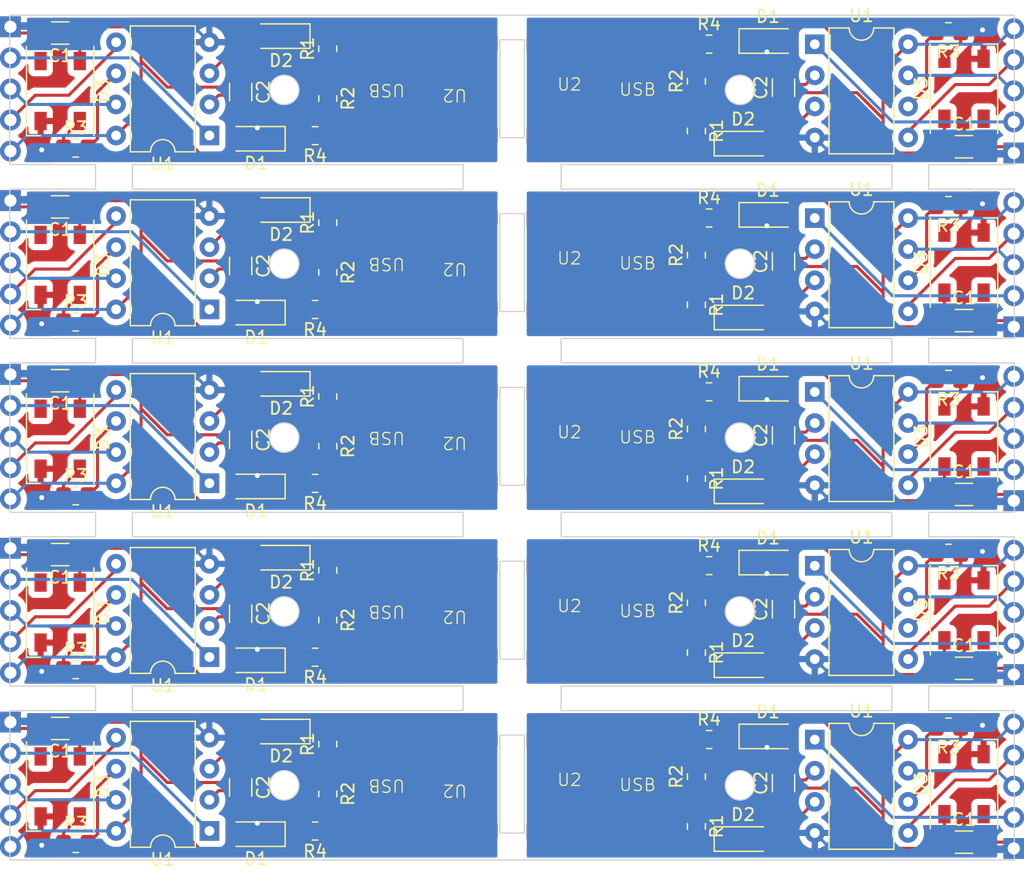
<source format=kicad_pcb>
(kicad_pcb (version 20221018) (generator pcbnew)
  (layers (0 "F.Cu" signal) (31 "B.Cu" signal) (34 "B.Paste" user) (35 "F.Paste" user) (36 "B.SilkS" user "B.Silkscreen") (37 "F.SilkS" user "F.Silkscreen") (38 "B.Mask" user) (39 "F.Mask" user) (44 "Edge.Cuts" user))
  (net 0 "")
  (net 1 "+5V")
  (net 2 "GND")
  (net 3 "Net-(D1-K)")
  (net 4 "Net-(D2-K)")
  (net 5 "Net-(D3-DIN)")
  (net 6 "Net-(J1-Pin_2)")
  (net 7 "Net-(J1-Pin_4)")
  (net 8 "Net-(U1-XTAL2{slash}PB4)")
  (net 9 "Net-(U1-XTAL1{slash}PB3)")
  (net 10 "Net-(U1-PB1)")
  (net 12 "Net-(J1-Pin_3)")
  (footprint "Capacitor_SMD:C_1206_3216Metric_Pad1.33x1.80mm_HandSolder" (layer "F.Cu") (at 135.89 53.944)
    (fp_text reference "C1")
    (fp_text value "100n")
  )
  (footprint "Resistor_SMD:R_0805_2012Metric_Pad1.20x1.40mm_HandSolder" (layer "F.Cu") (at 83.954 60.142 90)
    (fp_text reference "R1")
    (fp_text value "68R")
  )
  (footprint "Package_DIP:DIP-8_W7.62mm" (layer "F.Cu") (at 123.708 102.372)
    (fp_text reference "U1")
    (fp_text value "ATtiny85-20P")
  )
  (footprint "Resistor_SMD:R_0805_2012Metric_Pad1.20x1.40mm_HandSolder" (layer "F.Cu") (at 134.62 72.946 180)
    (fp_text reference "R3")
    (fp_text value "400R")
  )
  (footprint "Resistor_SMD:R_0805_2012Metric_Pad1.20x1.40mm_HandSolder" (layer "F.Cu") (at 83.954 78.406 -90)
    (fp_text reference "R2")
    (fp_text value "68R")
  )
  (footprint "Capacitor_SMD:C_1206_3216Metric_Pad1.33x1.80mm_HandSolder" (layer "F.Cu") (at 135.89 82.344)
    (fp_text reference "C1")
    (fp_text value "100n")
  )
  (footprint "Package_DIP:DIP-8_W7.62mm" (layer "F.Cu") (at 123.708 88.172)
    (fp_text reference "U1")
    (fp_text value "ATtiny85-20P")
  )
  (footprint "Capacitor_SMD:C_1206_3216Metric_Pad1.33x1.80mm_HandSolder" (layer "F.Cu") (at 62.11 87.256 180)
    (fp_text reference "C1")
    (fp_text value "100n")
  )
  (footprint "Resistor_SMD:R_0805_2012Metric_Pad1.20x1.40mm_HandSolder" (layer "F.Cu") (at 114.046 62.794 90)
    (fp_text reference "R2")
    (fp_text value "68R")
  )
  (footprint "Resistor_SMD:R_0805_2012Metric_Pad1.20x1.40mm_HandSolder" (layer "F.Cu") (at 63.38 82.454)
    (fp_text reference "R3")
    (fp_text value "400R")
  )
  (footprint "Diode_SMD:D_SOD-123" (layer "F.Cu") (at 117.856 82.09)
    (fp_text reference "D2")
    (fp_text value "3V6")
  )
  (footprint "Resistor_SMD:R_0805_2012Metric_Pad1.20x1.40mm_HandSolder" (layer "F.Cu") (at 82.922 67.238 180)
    (fp_text reference "R4")
    (fp_text value "1k5")
  )
  (footprint "my_lib:pcb_usb-connector" (layer "F.Cu") (at 103.676 49.356)
    (fp_text reference "U2")
    (fp_text value "~")
  )
  (footprint "Resistor_SMD:R_0805_2012Metric_Pad1.20x1.40mm_HandSolder" (layer "F.Cu") (at 83.954 106.806 -90)
    (fp_text reference "R2")
    (fp_text value "68R")
  )
  (footprint "Resistor_SMD:R_0805_2012Metric_Pad1.20x1.40mm_HandSolder" (layer "F.Cu") (at 83.954 50.006 -90)
    (fp_text reference "R2")
    (fp_text value "68R")
  )
  (footprint "LED_SMD:LED_SK6812_PLCC4_5.0x5.0mm_P3.2mm" (layer "F.Cu") (at 62.11 63.592 -90)
    (fp_text reference "D3")
    (fp_text value "SK6812")
  )
  (footprint "Resistor_SMD:R_0805_2012Metric_Pad1.20x1.40mm_HandSolder" (layer "F.Cu") (at 114.046 48.594 90)
    (fp_text reference "R2")
    (fp_text value "68R")
  )
  (footprint "Capacitor_SMD:C_1206_3216Metric_Pad1.33x1.80mm_HandSolder" (layer "F.Cu") (at 121.158 105.918 90)
    (fp_text reference "C2")
    (fp_text value "100n")
  )
  (footprint "Capacitor_SMD:C_1206_3216Metric_Pad1.33x1.80mm_HandSolder" (layer "F.Cu") (at 135.89 96.544)
    (fp_text reference "C1")
    (fp_text value "100n")
  )
  (footprint "LED_SMD:LED_SK6812_PLCC4_5.0x5.0mm_P3.2mm" (layer "F.Cu") (at 135.89 49.208 90)
    (fp_text reference "D3")
    (fp_text value "SK6812")
  )
  (footprint "Resistor_SMD:R_0805_2012Metric_Pad1.20x1.40mm_HandSolder" (layer "F.Cu") (at 114.046 52.658 -90)
    (fp_text reference "R1")
    (fp_text value "68R")
  )
  (footprint "Resistor_SMD:R_0805_2012Metric_Pad1.20x1.40mm_HandSolder" (layer "F.Cu") (at 115.078 59.762)
    (fp_text reference "R4")
    (fp_text value "1k5")
  )
  (footprint "Resistor_SMD:R_0805_2012Metric_Pad1.20x1.40mm_HandSolder" (layer "F.Cu") (at 83.954 64.206 -90)
    (fp_text reference "R2")
    (fp_text value "68R")
  )
  (footprint "Capacitor_SMD:C_1206_3216Metric_Pad1.33x1.80mm_HandSolder" (layer "F.Cu") (at 62.11 44.656 180)
    (fp_text reference "C1")
    (fp_text value "100n")
  )
  (footprint "Diode_SMD:D_SOD-123" (layer "F.Cu") (at 78.112 67.492 180)
    (fp_text reference "D1")
    (fp_text value "3V6")
  )
  (footprint "Resistor_SMD:R_0805_2012Metric_Pad1.20x1.40mm_HandSolder" (layer "F.Cu") (at 83.954 102.742 90)
    (fp_text reference "R1")
    (fp_text value "68R")
  )
  (footprint "my_lib:pcb_usb-connector" (layer "F.Cu") (at 94.324 106.044 180)
    (fp_text reference "U2")
    (fp_text value "~")
  )
  (footprint "Capacitor_SMD:C_1206_3216Metric_Pad1.33x1.80mm_HandSolder" (layer "F.Cu") (at 76.842 92.082 -90)
    (fp_text reference "C2")
    (fp_text value "100n")
  )
  (footprint "Connector_PinHeader_2.54mm:PinHeader_1x05_P2.54mm_Vertical" (layer "F.Cu") (at 58.046 68.503 180)
    (fp_text reference "J1" hide)
    (fp_text value "Conn_01x05" hide)
  )
  (footprint "Diode_SMD:D_SOD-123" (layer "F.Cu") (at 117.856 96.29)
    (fp_text reference "D2")
    (fp_text value "3V6")
  )
  (footprint "Resistor_SMD:R_0805_2012Metric_Pad1.20x1.40mm_HandSolder" (layer "F.Cu") (at 82.922 53.038 180)
    (fp_text reference "R4")
    (fp_text value "1k5")
  )
  (footprint "Package_DIP:DIP-8_W7.62mm" (layer "F.Cu") (at 123.708 45.572)
    (fp_text reference "U1")
    (fp_text value "ATtiny85-20P")
  )
  (footprint "Connector_PinHeader_2.54mm:PinHeader_1x05_P2.54mm_Vertical" (layer "F.Cu") (at 139.954 86.897)
    (fp_text reference "J1" hide)
    (fp_text value "Conn_01x05" hide)
  )
  (footprint "Capacitor_SMD:C_1206_3216Metric_Pad1.33x1.80mm_HandSolder" (layer "F.Cu") (at 76.842 49.482 -90)
    (fp_text reference "C2")
    (fp_text value "100n")
  )
  (footprint "Capacitor_SMD:C_1206_3216Metric_Pad1.33x1.80mm_HandSolder" (layer "F.Cu") (at 76.842 63.682 -90)
    (fp_text reference "C2")
    (fp_text value "100n")
  )
  (footprint "Capacitor_SMD:C_1206_3216Metric_Pad1.33x1.80mm_HandSolder" (layer "F.Cu") (at 121.158 63.318 90)
    (fp_text reference "C2")
    (fp_text value "100n")
  )
  (footprint "Diode_SMD:D_SOD-123" (layer "F.Cu") (at 119.888 102.108)
    (fp_text reference "D1")
    (fp_text value "3V6")
  )
  (footprint "Resistor_SMD:R_0805_2012Metric_Pad1.20x1.40mm_HandSolder" (layer "F.Cu") (at 134.62 44.546 180)
    (fp_text reference "R3")
    (fp_text value "400R")
  )
  (footprint "LED_SMD:LED_SK6812_PLCC4_5.0x5.0mm_P3.2mm" (layer "F.Cu") (at 62.11 49.392 -90)
    (fp_text reference "D3")
    (fp_text value "SK6812")
  )
  (footprint "Connector_PinHeader_2.54mm:PinHeader_1x05_P2.54mm_Vertical" (layer "F.Cu") (at 58.046 96.903 180)
    (fp_text reference "J1" hide)
    (fp_text value "Conn_01x05" hide)
  )
  (footprint "Resistor_SMD:R_0805_2012Metric_Pad1.20x1.40mm_HandSolder" (layer "F.Cu") (at 134.62 101.346 180)
    (fp_text reference "R3")
    (fp_text value "400R")
  )
  (footprint "Diode_SMD:D_SOD-123" (layer "F.Cu") (at 80.144 44.91 180)
    (fp_text reference "D2")
    (fp_text value "3V6")
  )
  (footprint "LED_SMD:LED_SK6812_PLCC4_5.0x5.0mm_P3.2mm" (layer "F.Cu") (at 135.89 63.408 90)
    (fp_text reference "D3")
    (fp_text value "SK6812")
  )
  (footprint "my_lib:pcb_usb-connector" (layer "F.Cu") (at 103.676 63.556)
    (fp_text reference "U2")
    (fp_text value "~")
  )
  (footprint "Resistor_SMD:R_0805_2012Metric_Pad1.20x1.40mm_HandSolder" (layer "F.Cu") (at 82.922 95.638 180)
    (fp_text reference "R4")
    (fp_text value "1k5")
  )
  (footprint "Capacitor_SMD:C_1206_3216Metric_Pad1.33x1.80mm_HandSolder" (layer "F.Cu") (at 76.842 77.882 -90)
    (fp_text reference "C2")
    (fp_text value "100n")
  )
  (footprint "Capacitor_SMD:C_1206_3216Metric_Pad1.33x1.80mm_HandSolder" (layer "F.Cu") (at 135.89 110.744)
    (fp_text reference "C1")
    (fp_text value "100n")
  )
  (footprint "LED_SMD:LED_SK6812_PLCC4_5.0x5.0mm_P3.2mm" (layer "F.Cu") (at 135.89 106.008 90)
    (fp_text reference "D3")
    (fp_text value "SK6812")
  )
  (footprint "Resistor_SMD:R_0805_2012Metric_Pad1.20x1.40mm_HandSolder" (layer "F.Cu") (at 114.046 105.394 90)
    (fp_text reference "R2")
    (fp_text value "68R")
  )
  (footprint "Resistor_SMD:R_0805_2012Metric_Pad1.20x1.40mm_HandSolder" (layer "F.Cu") (at 114.046 81.058 -90)
    (fp_text reference "R1")
    (fp_text value "68R")
  )
  (footprint "Resistor_SMD:R_0805_2012Metric_Pad1.20x1.40mm_HandSolder" (layer "F.Cu") (at 134.62 87.146 180)
    (fp_text reference "R3")
    (fp_text value "400R")
  )
  (footprint "LED_SMD:LED_SK6812_PLCC4_5.0x5.0mm_P3.2mm" (layer "F.Cu") (at 135.89 91.808 90)
    (fp_text reference "D3")
    (fp_text value "SK6812")
  )
  (footprint "Diode_SMD:D_SOD-123" (layer "F.Cu") (at 78.112 81.692 180)
    (fp_text reference "D1")
    (fp_text value "3V6")
  )
  (footprint "Capacitor_SMD:C_1206_3216Metric_Pad1.33x1.80mm_HandSolder" (layer "F.Cu") (at 62.11 101.456 180)
    (fp_text reference "C1")
    (fp_text value "100n")
  )
  (footprint "Diode_SMD:D_SOD-123" (layer "F.Cu") (at 80.144 101.71 180)
    (fp_text reference "D2")
    (fp_text value "3V6")
  )
  (footprint "my_lib:pcb_usb-connector" (layer "F.Cu") (at 103.676 91.956)
    (fp_text reference "U2")
    (fp_text value "~")
  )
  (footprint "Resistor_SMD:R_0805_2012Metric_Pad1.20x1.40mm_HandSolder" (layer "F.Cu") (at 83.954 92.606 -90)
    (fp_text reference "R2")
    (fp_text value "68R")
  )
  (footprint "Resistor_SMD:R_0805_2012Metric_Pad1.20x1.40mm_HandSolder" (layer "F.Cu") (at 115.078 73.962)
    (fp_text reference "R4")
    (fp_text value "1k5")
  )
  (footprint "Diode_SMD:D_SOD-123" (layer "F.Cu") (at 117.856 110.49)
    (fp_text reference "D2")
    (fp_text value "3V6")
  )
  (footprint "Resistor_SMD:R_0805_2012Metric_Pad1.20x1.40mm_HandSolder" (layer "F.Cu") (at 63.38 68.254)
    (fp_text reference "R3")
    (fp_text value "400R")
  )
  (footprint "Connector_PinHeader_2.54mm:PinHeader_1x05_P2.54mm_Vertical" (layer "F.Cu") (at 58.046 82.703 180)
    (fp_text reference "J1" hide)
    (fp_text value "Conn_01x05" hide)
  )
  (footprint "Resistor_SMD:R_0805_2012Metric_Pad1.20x1.40mm_HandSolder" (layer "F.Cu") (at 114.046 109.458 -90)
    (fp_text reference "R1")
    (fp_text value "68R")
  )
  (footprint "Capacitor_SMD:C_1206_3216Metric_Pad1.33x1.80mm_HandSolder" (layer "F.Cu") (at 62.11 58.856 180)
    (fp_text reference "C1")
    (fp_text value "100n")
  )
  (footprint "Resistor_SMD:R_0805_2012Metric_Pad1.20x1.40mm_HandSolder" (layer "F.Cu") (at 114.046 76.994 90)
    (fp_text reference "R2")
    (fp_text value "68R")
  )
  (footprint "my_lib:pcb_usb-connector" (layer "F.Cu") (at 94.324 63.444 180)
    (fp_text reference "U2")
    (fp_text value "~")
  )
  (footprint "Capacitor_SMD:C_1206_3216Metric_Pad1.33x1.80mm_HandSolder" (layer "F.Cu") (at 76.842 106.282 -90)
    (fp_text reference "C2")
    (fp_text value "100n")
  )
  (footprint "Capacitor_SMD:C_1206_3216Metric_Pad1.33x1.80mm_HandSolder" (layer "F.Cu") (at 135.89 68.144)
    (fp_text reference "C1")
    (fp_text value "100n")
  )
  (footprint "Resistor_SMD:R_0805_2012Metric_Pad1.20x1.40mm_HandSolder" (layer "F.Cu") (at 63.38 110.854)
    (fp_text reference "R3")
    (fp_text value "400R")
  )
  (footprint "Diode_SMD:D_SOD-123" (layer "F.Cu") (at 80.144 59.11 180)
    (fp_text reference "D2")
    (fp_text value "3V6")
  )
  (footprint "Connector_PinHeader_2.54mm:PinHeader_1x05_P2.54mm_Vertical" (layer "F.Cu") (at 58.046 111.103 180)
    (fp_text reference "J1" hide)
    (fp_text value "Conn_01x05" hide)
  )
  (footprint "Connector_PinHeader_2.54mm:PinHeader_1x05_P2.54mm_Vertical" (layer "F.Cu") (at 58.046 54.303 180)
    (fp_text reference "J1" hide)
    (fp_text value "Conn_01x05" hide)
  )
  (footprint "Capacitor_SMD:C_1206_3216Metric_Pad1.33x1.80mm_HandSolder" (layer "F.Cu") (at 121.158 49.118 90)
    (fp_text reference "C2")
    (fp_text value "100n")
  )
  (footprint "Package_DIP:DIP-8_W7.62mm" (layer "F.Cu") (at 74.292 81.428 180)
    (fp_text reference "U1")
    (fp_text value "ATtiny85-20P")
  )
  (footprint "Package_DIP:DIP-8_W7.62mm" (layer "F.Cu") (at 74.292 109.828 180)
    (fp_text reference "U1")
    (fp_text value "ATtiny85-20P")
  )
  (footprint "Resistor_SMD:R_0805_2012Metric_Pad1.20x1.40mm_HandSolder" (layer "F.Cu") (at 82.922 81.438 180)
    (fp_text reference "R4")
    (fp_text value "1k5")
  )
  (footprint "Diode_SMD:D_SOD-123" (layer "F.Cu") (at 117.856 67.89)
    (fp_text reference "D2")
    (fp_text value "3V6")
  )
  (footprint "Connector_PinHeader_2.54mm:PinHeader_1x05_P2.54mm_Vertical" (layer "F.Cu") (at 139.954 44.297)
    (fp_text reference "J1" hide)
    (fp_text value "Conn_01x05" hide)
  )
  (footprint "LED_SMD:LED_SK6812_PLCC4_5.0x5.0mm_P3.2mm" (layer "F.Cu") (at 135.89 77.608 90)
    (fp_text reference "D3")
    (fp_text value "SK6812")
  )
  (footprint "Resistor_SMD:R_0805_2012Metric_Pad1.20x1.40mm_HandSolder" (layer "F.Cu") (at 115.078 102.362)
    (fp_text reference "R4")
    (fp_text value "1k5")
  )
  (footprint "LED_SMD:LED_SK6812_PLCC4_5.0x5.0mm_P3.2mm" (layer "F.Cu") (at 62.11 77.792 -90)
    (fp_text reference "D3")
    (fp_text value "SK6812")
  )
  (footprint "Capacitor_SMD:C_1206_3216Metric_Pad1.33x1.80mm_HandSolder" (layer "F.Cu") (at 121.158 91.718 90)
    (fp_text reference "C2")
    (fp_text value "100n")
  )
  (footprint "Diode_SMD:D_SOD-123" (layer "F.Cu") (at 119.888 73.708)
    (fp_text reference "D1")
    (fp_text value "3V6")
  )
  (footprint "my_lib:pcb_usb-connector" (layer "F.Cu") (at 94.324 91.844 180)
    (fp_text reference "U2")
    (fp_text value "~")
  )
  (footprint "Diode_SMD:D_SOD-123" (layer "F.Cu") (at 117.856 53.69)
    (fp_text reference "D2")
    (fp_text value "3V6")
  )
  (footprint "Resistor_SMD:R_0805_2012Metric_Pad1.20x1.40mm_HandSolder" (layer "F.Cu") (at 63.38 54.054)
    (fp_text reference "R3")
    (fp_text value "400R")
  )
  (footprint "my_lib:pcb_usb-connector" (layer "F.Cu") (at 103.676 106.156)
    (fp_text reference "U2")
    (fp_text value "~")
  )
  (footprint "Resistor_SMD:R_0805_2012Metric_Pad1.20x1.40mm_HandSolder" (layer "F.Cu") (at 115.078 88.162)
    (fp_text reference "R4")
    (fp_text value "1k5")
  )
  (footprint "Diode_SMD:D_SOD-123" (layer "F.Cu") (at 119.888 87.908)
    (fp_text reference "D1")
    (fp_text value "3V6")
  )
  (footprint "my_lib:pcb_usb-connector" (layer "F.Cu") (at 103.676 77.756)
    (fp_text reference "U2")
    (fp_text value "~")
  )
  (footprint "Diode_SMD:D_SOD-123" (layer "F.Cu") (at 119.888 59.508)
    (fp_text reference "D1")
    (fp_text value "3V6")
  )
  (footprint "Resistor_SMD:R_0805_2012Metric_Pad1.20x1.40mm_HandSolder" (layer "F.Cu") (at 114.046 91.194 90)
    (fp_text reference "R2")
    (fp_text value "68R")
  )
  (footprint "Resistor_SMD:R_0805_2012Metric_Pad1.20x1.40mm_HandSolder" (layer "F.Cu") (at 134.62 58.746 180)
    (fp_text reference "R3")
    (fp_text value "400R")
  )
  (footprint "Resistor_SMD:R_0805_2012Metric_Pad1.20x1.40mm_HandSolder" (layer "F.Cu") (at 83.954 74.342 90)
    (fp_text reference "R1")
    (fp_text value "68R")
  )
  (footprint "Resistor_SMD:R_0805_2012Metric_Pad1.20x1.40mm_HandSolder" (layer "F.Cu") (at 82.922 109.838 180)
    (fp_text reference "R4")
    (fp_text value "1k5")
  )
  (footprint "Resistor_SMD:R_0805_2012Metric_Pad1.20x1.40mm_HandSolder" (layer "F.Cu") (at 114.046 95.258 -90)
    (fp_text reference "R1")
    (fp_text value "68R")
  )
  (footprint "Capacitor_SMD:C_1206_3216Metric_Pad1.33x1.80mm_HandSolder" (layer "F.Cu") (at 121.158 77.518 90)
    (fp_text reference "C2")
    (fp_text value "100n")
  )
  (footprint "Resistor_SMD:R_0805_2012Metric_Pad1.20x1.40mm_HandSolder" (layer "F.Cu") (at 83.954 88.542 90)
    (fp_text reference "R1")
    (fp_text value "68R")
  )
  (footprint "my_lib:pcb_usb-connector" (layer "F.Cu") (at 94.324 77.644 180)
    (fp_text reference "U2")
    (fp_text value "~")
  )
  (footprint "Diode_SMD:D_SOD-123" (layer "F.Cu") (at 80.144 73.31 180)
    (fp_text reference "D2")
    (fp_text value "3V6")
  )
  (footprint "LED_SMD:LED_SK6812_PLCC4_5.0x5.0mm_P3.2mm" (layer "F.Cu") (at 62.11 106.192 -90)
    (fp_text reference "D3")
    (fp_text value "SK6812")
  )
  (footprint "Resistor_SMD:R_0805_2012Metric_Pad1.20x1.40mm_HandSolder" (layer "F.Cu") (at 63.38 96.654)
    (fp_text reference "R3")
    (fp_text value "400R")
  )
  (footprint "Package_DIP:DIP-8_W7.62mm" (layer "F.Cu") (at 123.708 73.972)
    (fp_text reference "U1")
    (fp_text value "ATtiny85-20P")
  )
  (footprint "Package_DIP:DIP-8_W7.62mm" (layer "F.Cu") (at 74.292 53.028 180)
    (fp_text reference "U1")
    (fp_text value "ATtiny85-20P")
  )
  (footprint "Diode_SMD:D_SOD-123" (layer "F.Cu") (at 78.112 95.892 180)
    (fp_text reference "D1")
    (fp_text value "3V6")
  )
  (footprint "Capacitor_SMD:C_1206_3216Metric_Pad1.33x1.80mm_HandSolder" (layer "F.Cu") (at 62.11 73.056 180)
    (fp_text reference "C1")
    (fp_text value "100n")
  )
  (footprint "Resistor_SMD:R_0805_2012Metric_Pad1.20x1.40mm_HandSolder" (layer "F.Cu") (at 83.954 45.942 90)
    (fp_text reference "R1")
    (fp_text value "68R")
  )
  (footprint "Diode_SMD:D_SOD-123" (layer "F.Cu") (at 78.112 53.292 180)
    (fp_text reference "D1")
    (fp_text value "3V6")
  )
  (footprint "Package_DIP:DIP-8_W7.62mm" (layer "F.Cu") (at 74.292 95.628 180)
    (fp_text reference "U1")
    (fp_text value "ATtiny85-20P")
  )
  (footprint "Diode_SMD:D_SOD-123" (layer "F.Cu") (at 80.144 87.51 180)
    (fp_text reference "D2")
    (fp_text value "3V6")
  )
  (footprint "Resistor_SMD:R_0805_2012Metric_Pad1.20x1.40mm_HandSolder" (layer "F.Cu") (at 115.078 45.562)
    (fp_text reference "R4")
    (fp_text value "1k5")
  )
  (footprint "Connector_PinHeader_2.54mm:PinHeader_1x05_P2.54mm_Vertical" (layer "F.Cu") (at 139.954 72.697)
    (fp_text reference "J1" hide)
    (fp_text value "Conn_01x05" hide)
  )
  (footprint "LED_SMD:LED_SK6812_PLCC4_5.0x5.0mm_P3.2mm" (layer "F.Cu") (at 62.11 91.992 -90)
    (fp_text reference "D3")
    (fp_text value "SK6812")
  )
  (footprint "Connector_PinHeader_2.54mm:PinHeader_1x05_P2.54mm_Vertical" (layer "F.Cu") (at 139.954 58.497)
    (fp_text reference "J1" hide)
    (fp_text value "Conn_01x05" hide)
  )
  (footprint "Diode_SMD:D_SOD-123" (layer "F.Cu") (at 119.888 45.308)
    (fp_text reference "D1")
    (fp_text value "3V6")
  )
  (footprint "Resistor_SMD:R_0805_2012Metric_Pad1.20x1.40mm_HandSolder" (layer "F.Cu") (at 114.046 66.858 -90)
    (fp_text reference "R1")
    (fp_text value "68R")
  )
  (footprint "Package_DIP:DIP-8_W7.62mm" (layer "F.Cu") (at 74.292 67.228 180)
    (fp_text reference "U1")
    (fp_text value "ATtiny85-20P")
  )
  (footprint "Connector_PinHeader_2.54mm:PinHeader_1x05_P2.54mm_Vertical" (layer "F.Cu") (at 139.954 101.097)
    (fp_text reference "J1" hide)
    (fp_text value "Conn_01x05" hide)
  )
  (footprint "Diode_SMD:D_SOD-123" (layer "F.Cu") (at 78.112 110.092 180)
    (fp_text reference "D1")
    (fp_text value "3V6")
  )
  (footprint "my_lib:pcb_usb-connector" (layer "F.Cu") (at 94.324 49.244 180)
    (fp_text reference "U2")
    (fp_text value "~")
  )
  (footprint "Package_DIP:DIP-8_W7.62mm" (layer "F.Cu") (at 123.708 59.772)
    (fp_text reference "U1")
    (fp_text value "ATtiny85-20P")
  )
  (gr_rect (start 98 73.6) (end 100 81.6) (stroke (width 0.1)) (fill none) (layer "Edge.Cuts"))
  (gr_circle (center 117.602 106.1) (end 118.802 106.1) (stroke (width 0.1)) (fill none) (layer "Edge.Cuts"))
  (gr_circle (center 80.398 91.9) (end 79.198 91.9) (stroke (width 0.1)) (fill none) (layer "Edge.Cuts"))
  (gr_circle (center 80.398 106.1) (end 79.198 106.1) (stroke (width 0.1)) (fill none) (layer "Edge.Cuts"))
  (gr_circle (center 80.398 63.5) (end 79.198 63.5) (stroke (width 0.1)) (fill none) (layer "Edge.Cuts"))
  (gr_rect (start 98 59.4) (end 100 67.4) (stroke (width 0.1)) (fill none) (layer "Edge.Cuts"))
  (gr_circle (center 117.602 63.5) (end 118.802 63.5) (stroke (width 0.1)) (fill none) (layer "Edge.Cuts"))
  (gr_rect (start 103 83.8) (end 130 85.8) (stroke (width 0.1)) (fill none) (layer "Edge.Cuts"))
  (gr_rect (start 68 83.8) (end 95 85.8) (stroke (width 0.1)) (fill none) (layer "Edge.Cuts"))
  (gr_rect (start 68 55.4) (end 95 57.4) (stroke (width 0.1)) (fill none) (layer "Edge.Cuts"))
  (gr_rect (start 98 102) (end 100 110) (stroke (width 0.1)) (fill none) (layer "Edge.Cuts"))
  (gr_poly (pts (xy 58 43.2) (xy 58 55.4) (xy 65 55.4) (xy 65 57.4) (xy 58 57.4) (xy 58 69.6) (xy 65 69.6) (xy 65 71.6) (xy 58 71.6) (xy 58 83.8) (xy 65 83.8) (xy 65 85.8) (xy 58 85.8) (xy 58 98) (xy 65 98) (xy 65 100) (xy 58 100) (xy 58 112.2) (xy 140 112.2) (xy 140 100) (xy 133 100) (xy 133 98) (xy 140 98) (xy 140 85.8) (xy 133 85.8) (xy 133 83.8) (xy 140 83.8) (xy 140 71.6) (xy 133 71.6) (xy 133 69.6) (xy 140 69.6) (xy 140 57.4) (xy 133 57.4) (xy 133 55.4) (xy 140 55.4) (xy 140 43.2)) (stroke (width 0.1)) (fill none) (layer "Edge.Cuts"))
  (gr_rect (start 103 55.4) (end 130 57.4) (stroke (width 0.1)) (fill none) (layer "Edge.Cuts"))
  (gr_rect (start 103 98) (end 130 100) (stroke (width 0.1)) (fill none) (layer "Edge.Cuts"))
  (gr_rect (start 103 69.6) (end 130 71.6) (stroke (width 0.1)) (fill none) (layer "Edge.Cuts"))
  (gr_circle (center 80.398 77.7) (end 79.198 77.7) (stroke (width 0.1)) (fill none) (layer "Edge.Cuts"))
  (gr_circle (center 117.602 77.7) (end 118.802 77.7) (stroke (width 0.1)) (fill none) (layer "Edge.Cuts"))
  (gr_rect (start 68 98) (end 95 100) (stroke (width 0.1)) (fill none) (layer "Edge.Cuts"))
  (gr_circle (center 117.602 49.3) (end 118.802 49.3) (stroke (width 0.1)) (fill none) (layer "Edge.Cuts"))
  (gr_rect (start 68 69.6) (end 95 71.6) (stroke (width 0.1)) (fill none) (layer "Edge.Cuts"))
  (gr_circle (center 117.602 91.9) (end 118.802 91.9) (stroke (width 0.1)) (fill none) (layer "Edge.Cuts"))
  (gr_rect (start 98 45.2) (end 100 53.2) (stroke (width 0.1)) (fill none) (layer "Edge.Cuts"))
  (gr_circle (center 80.398 49.3) (end 79.198 49.3) (stroke (width 0.1)) (fill none) (layer "Edge.Cuts"))
  (gr_rect (start 98 87.8) (end 100 95.8) (stroke (width 0.1)) (fill none) (layer "Edge.Cuts"))
  (segment (start 134.29 96.5065) (end 134.3275 96.544) (width 0.25) (layer "F.Cu") (net 1))
  (segment (start 73.576 68.762) (end 68.714 63.9) (width 0.25) (layer "F.Cu") (net 1))
  (segment (start 129.286 104.414) (end 129.286 106.68) (width 0.25) (layer "F.Cu") (net 1))
  (segment (start 129.286 78.28) (end 129.286 80.058) (width 0.25) (layer "F.Cu") (net 1))
  (segment (start 129.286 63.1) (end 129.286 64.08) (width 0.25) (layer "F.Cu") (net 1))
  (segment (start 103.676 74.006) (end 114.034 74.006) (width 0.25) (layer "F.Cu") (net 1))
  (segment (start 70.845 91.673) (end 68.714 89.542) (width 0.25) (layer "F.Cu") (net 1))
  (segment (start 75.6885 49.073) (end 70.845 49.073) (width 0.25) (layer "F.Cu") (net 1))
  (segment (start 129.286 53.182) (end 130.556 54.452) (width 0.25) (layer "F.Cu") (net 1))
  (segment (start 83.966 109.794) (end 83.922 109.838) (width 0.25) (layer "F.Cu") (net 1))
  (segment (start 134.29 65.858) (end 134.29 68.1065) (width 0.25) (layer "F.Cu") (net 1))
  (segment (start 115.57 44.07) (end 115.57 44.038) (width 0.25) (layer "F.Cu") (net 1))
  (segment (start 133.8195 111.252) (end 134.3275 110.744) (width 0.25) (layer "F.Cu") (net 1))
  (segment (start 66.672 81.428) (end 68.714 79.386) (width 0.25) (layer "F.Cu") (net 1))
  (segment (start 68.714 75.342) (end 68.714 73.818) (width 0.25) (layer "F.Cu") (net 1))
  (segment (start 73.576 54.562) (end 68.714 49.7) (width 0.25) (layer "F.Cu") (net 1))
  (segment (start 67.444 44.148) (end 64.1805 44.148) (width 0.25) (layer "F.Cu") (net 1))
  (segment (start 121.158 93.2805) (end 122.3115 92.127) (width 0.25) (layer "F.Cu") (net 1))
  (segment (start 68.714 107.786) (end 68.714 105.52) (width 0.25) (layer "F.Cu") (net 1))
  (segment (start 76.842 47.9195) (end 75.6885 49.073) (width 0.25) (layer "F.Cu") (net 1))
  (segment (start 134.29 110.7065) (end 134.3275 110.744) (width 0.25) (layer "F.Cu") (net 1))
  (segment (start 114.034 45.606) (end 114.078 45.562) (width 0.25) (layer "F.Cu") (net 1))
  (segment (start 68.714 92.3) (end 68.714 91.32) (width 0.25) (layer "F.Cu") (net 1))
  (segment (start 134.29 108.458) (end 134.29 110.7065) (width 0.25) (layer "F.Cu") (net 1))
  (segment (start 83.922 109.838) (end 82.43 111.33) (width 0.25) (layer "F.Cu") (net 1))
  (segment (start 75.6885 77.473) (end 70.845 77.473) (width 0.25) (layer "F.Cu") (net 1))
  (segment (start 133.8195 97.052) (end 134.3275 96.544) (width 0.25) (layer "F.Cu") (net 1))
  (segment (start 68.714 102.218) (end 67.444 100.948) (width 0.25) (layer "F.Cu") (net 1))
  (segment (start 122.3115 92.127) (end 127.155 92.127) (width 0.25) (layer "F.Cu") (net 1))
  (segment (start 68.714 77.12) (end 68.714 75.342) (width 0.25) (layer "F.Cu") (net 1))
  (segment (start 133.8195 54.452) (end 134.3275 53.944) (width 0.25) (layer "F.Cu") (net 1))
  (segment (start 68.714 59.618) (end 67.444 58.348) (width 0.25) (layer "F.Cu") (net 1))
  (segment (start 64.1805 72.548) (end 63.6725 73.056) (width 0.25) (layer "F.Cu") (net 1))
  (segment (start 131.328 59.772) (end 129.286 61.814) (width 0.25) (layer "F.Cu") (net 1))
  (segment (start 134.29 80.058) (end 134.29 82.3065) (width 0.25) (layer "F.Cu") (net 1))
  (segment (start 130.556 68.652) (end 133.8195 68.652) (width 0.25) (layer "F.Cu") (net 1))
  (segment (start 131.328 73.972) (end 129.286 76.014) (width 0.25) (layer "F.Cu") (net 1))
  (segment (start 122.3115 77.927) (end 127.155 77.927) (width 0.25) (layer "F.Cu") (net 1))
  (segment (start 64.1805 58.348) (end 63.6725 58.856) (width 0.25) (layer "F.Cu") (net 1))
  (segment (start 129.286 109.982) (end 130.556 111.252) (width 0.25) (layer "F.Cu") (net 1))
  (segment (start 121.158 50.6805) (end 122.3115 49.527) (width 0.25) (layer "F.Cu") (net 1))
  (segment (start 129.286 81.582) (end 130.556 82.852) (width 0.25) (layer "F.Cu") (net 1))
  (segment (start 124.424 58.238) (end 129.286 63.1) (width 0.25) (layer "F.Cu") (net 1))
  (segment (start 129.286 95.782) (end 130.556 97.052) (width 0.25) (layer "F.Cu") (net 1))
  (segment (start 68.714 46.942) (end 68.714 45.418) (width 0.25) (layer "F.Cu") (net 1))
  (segment (start 133.8195 82.852) (end 134.3275 82.344) (width 0.25) (layer "F.Cu") (net 1))
  (segment (start 134.29 53.9065) (end 134.3275 53.944) (width 0.25) (layer "F.Cu") (net 1))
  (segment (start 83.966 81.394) (end 83.922 81.438) (width 0.25) (layer "F.Cu") (net 1))
  (segment (start 121.158 79.0805) (end 122.3115 77.927) (width 0.25) (layer "F.Cu") (net 1))
  (segment (start 94.324 81.394) (end 83.966 81.394) (width 0.25) (layer "F.Cu") (net 1))
  (segment (start 63.71 89.542) (end 63.71 87.2935) (width 0.25) (layer "F.Cu") (net 1))
  (segment (start 82.43 97.13) (end 82.43 97.162) (width 0.25) (layer "F.Cu") (net 1))
  (segment (start 63.71 46.942) (end 63.71 44.6935) (width 0.25) (layer "F.Cu") (net 1))
  (segment (start 76.842 104.7195) (end 75.6885 105.873) (width 0.25) (layer "F.Cu") (net 1))
  (segment (start 75.6885 63.273) (end 70.845 63.273) (width 0.25) (layer "F.Cu") (net 1))
  (segment (start 83.966 52.994) (end 83.922 53.038) (width 0.25) (layer "F.Cu") (net 1))
  (segment (start 83.922 81.438) (end 82.43 82.93) (width 0.25) (layer "F.Cu") (net 1))
  (segment (start 129.286 65.858) (end 129.286 67.382) (width 0.25) (layer "F.Cu") (net 1))
  (segment (start 68.714 106.5) (end 68.714 105.52) (width 0.25) (layer "F.Cu") (net 1))
  (segment (start 70.845 49.073) (end 68.714 46.942) (width 0.25) (layer "F.Cu") (net 1))
  (segment (start 73.576 82.962) (end 68.714 78.1) (width 0.25) (layer "F.Cu") (net 1))
  (segment (start 103.676 88.206) (end 114.034 88.206) (width 0.25) (layer "F.Cu") (net 1))
  (segment (start 114.078 45.562) (end 115.57 44.07) (width 0.25) (layer "F.Cu") (net 1))
  (segment (start 129.286 105.7) (end 129.286 106.68) (width 0.25) (layer "F.Cu") (net 1))
  (segment (start 63.71 58.8935) (end 63.6725 58.856) (width 0.25) (layer "F.Cu") (net 1))
  (segment (start 94.324 95.594) (end 83.966 95.594) (width 0.25) (layer "F.Cu") (net 1))
  (segment (start 63.71 101.4935) (end 63.6725 101.456) (width 0.25) (layer "F.Cu") (net 1))
  (segment (start 121.158 64.8805) (end 122.3115 63.727) (width 0.25) (layer "F.Cu") (net 1))
  (segment (start 68.714 88.018) (end 67.444 86.748) (width 0.25) (layer "F.Cu") (net 1))
  (segment (start 63.71 87.2935) (end 63.6725 87.256) (width 0.25) (layer "F.Cu") (net 1))
  (segment (start 124.424 72.438) (end 129.286 77.3) (width 0.25) (layer "F.Cu") (net 1))
  (segment (start 68.714 49.7) (end 68.714 48.72) (width 0.25) (layer "F.Cu") (net 1))
  (segment (start 73.576 97.162) (end 68.714 92.3) (width 0.25) (layer "F.Cu") (net 1))
  (segment (start 129.286 77.3) (end 129.286 78.28) (width 0.25) (layer "F.Cu") (net 1))
  (segment (start 114.078 73.962) (end 115.57 72.47) (width 0.25) (layer "F.Cu") (net 1))
  (segment (start 114.078 102.362) (end 115.57 100.87) (width 0.25) (layer "F.Cu") (net 1))
  (segment (start 68.714 79.386) (end 68.714 77.12) (width 0.25) (layer "F.Cu") (net 1))
  (segment (start 114.034 74.006) (end 114.078 73.962) (width 0.25) (layer "F.Cu") (net 1))
  (segment (start 67.444 58.348) (end 64.1805 58.348) (width 0.25) (layer "F.Cu") (net 1))
  (segment (start 75.6885 91.673) (end 70.845 91.673) (width 0.25) (layer "F.Cu") (net 1))
  (segment (start 67.444 100.948) (end 64.1805 100.948) (width 0.25) (layer "F.Cu") (net 1))
  (segment (start 76.842 62.1195) (end 75.6885 63.273) (width 0.25) (layer "F.Cu") (net 1))
  (segment (start 63.71 75.342) (end 63.71 73.0935) (width 0.25) (layer "F.Cu") (net 1))
  (segment (start 66.672 67.228) (end 68.714 65.186) (width 0.25) (layer "F.Cu") (net 1))
  (segment (start 115.57 58.27) (end 115.57 58.238) (width 0.25) (layer "F.Cu") (net 1))
  (segment (start 103.676 59.806) (end 114.034 59.806) (width 0.25) (layer "F.Cu") (net 1))
  (segment (start 130.556 54.452) (end 133.8195 54.452) (width 0.25) (layer "F.Cu") (net 1))
  (segment (start 68.714 103.742) (end 68.714 102.218) (width 0.25) (layer "F.Cu") (net 1))
  (segment (start 114.034 59.806) (end 114.078 59.762) (width 0.25) (layer "F.Cu") (net 1))
  (segment (start 134.29 94.258) (end 134.29 96.5065) (width 0.25) (layer "F.Cu") (net 1))
  (segment (start 68.714 63.9) (end 68.714 62.92) (width 0.25) (layer "F.Cu") (net 1))
  (segment (start 68.714 93.586) (end 68.714 91.32) (width 0.25) (layer "F.Cu") (net 1))
  (segment (start 115.57 100.838) (end 124.424 100.838) (width 0.25) (layer "F.Cu") (net 1))
  (segment (start 67.444 86.748) (end 64.1805 86.748) (width 0.25) (layer "F.Cu") (net 1))
  (segment (start 82.43 111.33) (end 82.43 111.362) (width 0.25) (layer "F.Cu") (net 1))
  (segment (start 129.286 47.614) (end 129.286 49.88) (width 0.25) (layer "F.Cu") (net 1))
  (segment (start 127.155 63.727) (end 129.286 65.858) (width 0.25) (layer "F.Cu") (net 1))
  (segment (start 82.43 97.162) (end 73.576 97.162) (width 0.25) (layer "F.Cu") (net 1))
  (segment (start 76.842 90.5195) (end 75.6885 91.673) (width 0.25) (layer "F.Cu") (net 1))
  (segment (start 115.57 86.67) (end 115.57 86.638) (width 0.25) (layer "F.Cu") (net 1))
  (segment (start 83.966 95.594) (end 83.922 95.638) (width 0.25) (layer "F.Cu") (net 1))
  (segment (start 131.328 45.572) (end 129.286 47.614) (width 0.25) (layer "F.Cu") (net 1))
  (segment (start 129.286 67.382) (end 130.556 68.652) (width 0.25) (layer "F.Cu") (net 1))
  (segment (start 64.1805 44.148) (end 63.6725 44.656) (width 0.25) (layer "F.Cu") (net 1))
  (segment (start 94.324 67.194) (end 83.966 67.194) (width 0.25) (layer "F.Cu") (net 1))
  (segment (start 129.286 51.658) (end 129.286 53.182) (width 0.25) (layer "F.Cu") (net 1))
  (segment (start 129.286 48.9) (end 129.286 49.88) (width 0.25) (layer "F.Cu") (net 1))
  (segment (start 68.714 78.1) (end 68.714 77.12) (width 0.25) (layer "F.Cu") (net 1))
  (segment (start 94.324 52.994) (end 83.966 52.994) (width 0.25) (layer "F.Cu") (net 1))
  (segment (start 122.3115 63.727) (end 127.155 63.727) (width 0.25) (layer "F.Cu") (net 1))
  (segment (start 129.286 94.258) (end 129.286 95.782) (width 0.25) (layer "F.Cu") (net 1))
  (segment (start 129.286 49.88) (end 129.286 51.658) (width 0.25) (layer "F.Cu") (net 1))
  (segment (start 83.966 67.194) (end 83.922 67.238) (width 0.25) (layer "F.Cu") (net 1))
  (segment (start 82.43 54.53) (end 82.43 54.562) (width 0.25) (layer "F.Cu") (net 1))
  (segment (start 131.328 102.372) (end 129.286 104.414) (width 0.25) (layer "F.Cu") (net 1))
  (segment (start 134.29 51.658) (end 134.29 53.9065) (width 0.25) (layer "F.Cu") (net 1))
  (segment (start 68.714 62.92) (end 68.714 61.142) (width 0.25) (layer "F.Cu") (net 1))
  (segment (start 124.424 86.638) (end 129.286 91.5) (width 0.25) (layer "F.Cu") (net 1))
  (segment (start 121.158 107.4805) (end 122.3115 106.327) (width 0.25) (layer "F.Cu") (net 1))
  (segment (start 130.556 111.252) (end 133.8195 111.252) (width 0.25) (layer "F.Cu") (net 1))
  (segment (start 82.43 82.93) (end 82.43 82.962) (width 0.25) (layer "F.Cu") (net 1))
  (segment (start 130.556 97.052) (end 133.8195 97.052) (width 0.25) (layer "F.Cu") (net 1))
  (segment (start 127.155 92.127) (end 129.286 94.258) (width 0.25) (layer "F.Cu") (net 1))
  (segment (start 68.714 105.52) (end 68.714 103.742) (width 0.25) (layer "F.Cu") (net 1))
  (segment (start 76.842 76.3195) (end 75.6885 77.473) (width 0.25) (layer "F.Cu") (net 1))
  (segment (start 82.43 68.762) (end 73.576 68.762) (width 0.25) (layer "F.Cu") (net 1))
  (segment (start 133.8195 68.652) (end 134.3275 68.144) (width 0.25) (layer "F.Cu") (net 1))
  (segment (start 103.676 45.606) (end 114.034 45.606) (width 0.25) (layer "F.Cu") (net 1))
  (segment (start 134.29 82.3065) (end 134.3275 82.344) (width 0.25) (layer "F.Cu") (net 1))
  (segment (start 129.286 106.68) (end 129.286 108.458) (width 0.25) (layer "F.Cu") (net 1))
  (segment (start 68.714 61.142) (end 68.714 59.618) (width 0.25) (layer "F.Cu") (net 1))
  (segment (start 114.078 88.162) (end 115.57 86.67) (width 0.25) (layer "F.Cu") (net 1))
  (segment (start 68.714 45.418) (end 67.444 44.148) (width 0.25) (layer "F.Cu") (net 1))
  (segment (start 83.922 53.038) (end 82.43 54.53) (width 0.25) (layer "F.Cu") (net 1))
  (segment (start 63.71 73.0935) (end 63.6725 73.056) (width 0.25) (layer "F.Cu") (net 1))
  (segment (start 70.845 77.473) (end 68.714 75.342) (width 0.25) (layer "F.Cu") (net 1))
  (segment (start 122.3115 106.327) (end 127.155 106.327) (width 0.25) (layer "F.Cu") (net 1))
  (segment (start 124.424 100.838) (end 129.286 105.7) (width 0.25) (layer "F.Cu") (net 1))
  (segment (start 68.714 48.72) (end 68.714 46.942) (width 0.25) (layer "F.Cu") (net 1))
  (segment (start 64.1805 86.748) (end 63.6725 87.256) (width 0.25) (layer "F.Cu") (net 1))
  (segment (start 129.286 64.08) (end 129.286 65.858) (width 0.25) (layer "F.Cu") (net 1))
  (segment (start 127.155 49.527) (end 129.286 51.658) (width 0.25) (layer "F.Cu") (net 1))
  (segment (start 70.845 105.873) (end 68.714 103.742) (width 0.25) (layer "F.Cu") (net 1))
  (segment (start 82.43 54.562) (end 73.576 54.562) (width 0.25) (layer "F.Cu") (net 1))
  (segment (start 115.57 44.038) (end 124.424 44.038) (width 0.25) (layer "F.Cu") (net 1))
  (segment (start 129.286 61.814) (end 129.286 64.08) (width 0.25) (layer "F.Cu") (net 1))
  (segment (start 63.71 44.6935) (end 63.6725 44.656) (width 0.25) (layer "F.Cu") (net 1))
  (segment (start 114.034 102.406) (end 114.078 102.362) (width 0.25) (layer "F.Cu") (net 1))
  (segment (start 70.845 63.273) (end 68.714 61.142) (width 0.25) (layer "F.Cu") (net 1))
  (segment (start 115.57 86.638) (end 124.424 86.638) (width 0.25) (layer "F.Cu") (net 1))
  (segment (start 67.444 72.548) (end 64.1805 72.548) (width 0.25) (layer "F.Cu") (net 1))
  (segment (start 114.034 88.206) (end 114.078 88.162) (width 0.25) (layer "F.Cu") (net 1))
  (segment (start 68.714 73.818) (end 67.444 72.548) (width 0.25) (layer "F.Cu") (net 1))
  (segment (start 124.424 44.038) (end 129.286 48.9) (width 0.25) (layer "F.Cu") (net 1))
  (segment (start 129.286 80.058) (end 129.286 81.582) (width 0.25) (layer "F.Cu") (net 1))
  (segment (start 129.286 91.5) (end 129.286 92.48) (width 0.25) (layer "F.Cu") (net 1))
  (segment (start 134.29 68.1065) (end 134.3275 68.144) (width 0.25) (layer "F.Cu") (net 1))
  (segment (start 82.43 68.73) (end 82.43 68.762) (width 0.25) (layer "F.Cu") (net 1))
  (segment (start 127.155 106.327) (end 129.286 108.458) (width 0.25) (layer "F.Cu") (net 1))
  (segment (start 63.71 103.742) (end 63.71 101.4935) (width 0.25) (layer "F.Cu") (net 1))
  (segment (start 68.714 50.986) (end 68.714 48.72) (width 0.25) (layer "F.Cu") (net 1))
  (segment (start 131.328 88.172) (end 129.286 90.214) (width 0.25) (layer "F.Cu") (net 1))
  (segment (start 63.71 61.142) (end 63.71 58.8935) (width 0.25) (layer "F.Cu") (net 1))
  (segment (start 66.672 95.628) (end 68.714 93.586) (width 0.25) (layer "F.Cu") (net 1))
  (segment (start 66.672 109.828) (end 68.714 107.786) (width 0.25) (layer "F.Cu") (net 1))
  (segment (start 129.286 90.214) (end 129.286 92.48) (width 0.25) (layer "F.Cu") (net 1))
  (segment (start 82.43 111.362) (end 73.576 111.362) (width 0.25) (layer "F.Cu") (net 1))
  (segment (start 130.556 82.852) (end 133.8195 82.852) (width 0.25) (layer "F.Cu") (net 1))
  (segment (start 115.57 72.438) (end 124.424 72.438) (width 0.25) (layer "F.Cu") (net 1))
  (segment (start 68.714 89.542) (end 68.714 88.018) (width 0.25) (layer "F.Cu") (net 1))
  (segment (start 68.714 91.32) (end 68.714 89.542) (width 0.25) (layer "F.Cu") (net 1))
  (segment (start 64.1805 100.948) (end 63.6725 101.456) (width 0.25) (layer "F.Cu") (net 1))
  (segment (start 66.672 53.028) (end 68.714 50.986) (width 0.25) (layer "F.Cu") (net 1))
  (segment (start 115.57 58.238) (end 124.424 58.238) (width 0.25) (layer "F.Cu") (net 1))
  (segment (start 129.286 76.014) (end 129.286 78.28) (width 0.25) (layer "F.Cu") (net 1))
  (segment (start 73.576 111.362) (end 68.714 106.5) (width 0.25) (layer "F.Cu") (net 1))
  (segment (start 129.286 92.48) (end 129.286 94.258) (width 0.25) (layer "F.Cu") (net 1))
  (segment (start 114.078 59.762) (end 115.57 58.27) (width 0.25) (layer "F.Cu") (net 1))
  (segment (start 127.155 77.927) (end 129.286 80.058) (width 0.25) (layer "F.Cu") (net 1))
  (segment (start 68.714 65.186) (end 68.714 62.92) (width 0.25) (layer "F.Cu") (net 1))
  (segment (start 83.922 95.638) (end 82.43 97.13) (width 0.25) (layer "F.Cu") (net 1))
  (segment (start 129.286 108.458) (end 129.286 109.982) (width 0.25) (layer "F.Cu") (net 1))
  (segment (start 103.676 102.406) (end 114.034 102.406) (width 0.25) (layer "F.Cu") (net 1))
  (segment (start 122.3115 49.527) (end 127.155 49.527) (width 0.25) (layer "F.Cu") (net 1))
  (segment (start 115.57 100.87) (end 115.57 100.838) (width 0.25) (layer "F.Cu") (net 1))
  (segment (start 82.43 82.962) (end 73.576 82.962) (width 0.25) (layer "F.Cu") (net 1))
  (segment (start 75.6885 105.873) (end 70.845 105.873) (width 0.25) (layer "F.Cu") (net 1))
  (segment (start 94.324 109.794) (end 83.966 109.794) (width 0.25) (layer "F.Cu") (net 1))
  (segment (start 115.57 72.47) (end 115.57 72.438) (width 0.25) (layer "F.Cu") (net 1))
  (segment (start 83.922 67.238) (end 82.43 68.73) (width 0.25) (layer "F.Cu") (net 1))
  (segment (start 66.672 67.228) (end 59.4 67.228) (width 0.25) (layer "B.Cu") (net 1))
  (segment (start 66.672 53.028) (end 59.4 53.028) (width 0.25) (layer "B.Cu") (net 1))
  (segment (start 138.6 88.172) (end 139.875 86.897) (width 0.25) (layer "B.Cu") (net 1))
  (segment (start 138.6 59.772) (end 139.875 58.497) (width 0.25) (layer "B.Cu") (net 1))
  (segment (start 138.6 73.972) (end 139.875 72.697) (width 0.25) (layer "B.Cu") (net 1))
  (segment (start 59.4 81.428) (end 58.125 82.703) (width 0.25) (layer "B.Cu") (net 1))
  (segment (start 59.4 109.828) (end 58.125 111.103) (width 0.25) (layer "B.Cu") (net 1))
  (segment (start 131.328 102.372) (end 138.6 102.372) (width 0.25) (layer "B.Cu") (net 1))
  (segment (start 138.6 45.572) (end 139.875 44.297) (width 0.25) (layer "B.Cu") (net 1))
  (segment (start 131.328 59.772) (end 138.6 59.772) (width 0.25) (layer "B.Cu") (net 1))
  (segment (start 131.328 88.172) (end 138.6 88.172) (width 0.25) (layer "B.Cu") (net 1))
  (segment (start 131.328 45.572) (end 138.6 45.572) (width 0.25) (layer "B.Cu") (net 1))
  (segment (start 66.672 81.428) (end 59.4 81.428) (width 0.25) (layer "B.Cu") (net 1))
  (segment (start 59.4 67.228) (end 58.125 68.503) (width 0.25) (layer "B.Cu") (net 1))
  (segment (start 131.328 73.972) (end 138.6 73.972) (width 0.25) (layer "B.Cu") (net 1))
  (segment (start 66.672 95.628) (end 59.4 95.628) (width 0.25) (layer "B.Cu") (net 1))
  (segment (start 138.6 102.372) (end 139.875 101.097) (width 0.25) (layer "B.Cu") (net 1))
  (segment (start 59.4 53.028) (end 58.125 54.303) (width 0.25) (layer "B.Cu") (net 1))
  (segment (start 59.4 95.628) (end 58.125 96.903) (width 0.25) (layer "B.Cu") (net 1))
  (segment (start 66.672 109.828) (end 59.4 109.828) (width 0.25) (layer "B.Cu") (net 1))
  (segment (start 58.125 72.622) (end 58.125 72.543) (width 0.25) (layer "F.Cu") (net 2))
  (segment (start 139.441 110.744) (end 139.875 111.178) (width 0.25) (layer "F.Cu") (net 2))
  (segment (start 137.4525 82.344) (end 139.441 82.344) (width 0.25) (layer "F.Cu") (net 2))
  (segment (start 121.158 59.888) (end 121.538 59.508) (width 0.25) (layer "F.Cu") (net 2))
  (segment (start 139.441 53.944) (end 139.875 54.378) (width 0.25) (layer "F.Cu") (net 2))
  (segment (start 139.875 54.378) (end 139.875 54.457) (width 0.25) (layer "F.Cu") (net 2))
  (segment (start 137.4525 110.744) (end 139.441 110.744) (width 0.25) (layer "F.Cu") (net 2))
  (segment (start 76.842 79.4445) (end 76.842 81.312) (width 0.25) (layer "F.Cu") (net 2))
  (segment (start 121.158 102.488) (end 121.538 102.108) (width 0.25) (layer "F.Cu") (net 2))
  (segment (start 60.5475 73.056) (end 58.559 73.056) (width 0.25) (layer "F.Cu") (net 2))
  (segment (start 58.559 73.056) (end 58.125 72.622) (width 0.25) (layer "F.Cu") (net 2))
  (segment (start 58.125 58.422) (end 58.125 58.343) (width 0.25) (layer "F.Cu") (net 2))
  (segment (start 58.559 87.256) (end 58.125 86.822) (width 0.25) (layer "F.Cu") (net 2))
  (segment (start 139.875 96.978) (end 139.875 97.057) (width 0.25) (layer "F.Cu") (net 2))
  (segment (start 137.4525 96.544) (end 139.441 96.544) (width 0.25) (layer "F.Cu") (net 2))
  (segment (start 76.842 109.712) (end 76.462 110.092) (width 0.25) (layer "F.Cu") (net 2))
  (segment (start 121.158 88.288) (end 121.538 87.908) (width 0.25) (layer "F.Cu") (net 2))
  (segment (start 121.158 45.688) (end 121.538 45.308) (width 0.25) (layer "F.Cu") (net 2))
  (segment (start 121.158 90.1555) (end 121.158 88.288) (width 0.25) (layer "F.Cu") (net 2))
  (segment (start 76.842 95.512) (end 76.462 95.892) (width 0.25) (layer "F.Cu") (net 2))
  (segment (start 137.4525 68.144) (end 139.441 68.144) (width 0.25) (layer "F.Cu") (net 2))
  (segment (start 76.842 107.8445) (end 76.842 109.712) (width 0.25) (layer "F.Cu") (net 2))
  (segment (start 121.158 61.7555) (end 121.158 59.888) (width 0.25) (layer "F.Cu") (net 2))
  (segment (start 58.125 44.222) (end 58.125 44.143) (width 0.25) (layer "F.Cu") (net 2))
  (segment (start 139.441 96.544) (end 139.875 96.978) (width 0.25) (layer "F.Cu") (net 2))
  (segment (start 121.158 75.9555) (end 121.158 74.088) (width 0.25) (layer "F.Cu") (net 2))
  (segment (start 139.875 111.178) (end 139.875 111.257) (width 0.25) (layer "F.Cu") (net 2))
  (segment (start 76.842 65.2445) (end 76.842 67.112) (width 0.25) (layer "F.Cu") (net 2))
  (segment (start 76.842 93.6445) (end 76.842 95.512) (width 0.25) (layer "F.Cu") (net 2))
  (segment (start 139.875 68.578) (end 139.875 68.657) (width 0.25) (layer "F.Cu") (net 2))
  (segment (start 58.125 86.822) (end 58.125 86.743) (width 0.25) (layer "F.Cu") (net 2))
  (segment (start 139.875 82.778) (end 139.875 82.857) (width 0.25) (layer "F.Cu") (net 2))
  (segment (start 58.559 101.456) (end 58.125 101.022) (width 0.25) (layer "F.Cu") (net 2))
  (segment (start 60.5475 44.656) (end 58.559 44.656) (width 0.25) (layer "F.Cu") (net 2))
  (segment (start 60.5475 87.256) (end 58.559 87.256) (width 0.25) (layer "F.Cu") (net 2))
  (segment (start 76.842 67.112) (end 76.462 67.492) (width 0.25) (layer "F.Cu") (net 2))
  (segment (start 137.4525 53.944) (end 139.441 53.944) (width 0.25) (layer "F.Cu") (net 2))
  (segment (start 60.5475 58.856) (end 58.559 58.856) (width 0.25) (layer "F.Cu") (net 2))
  (segment (start 121.158 104.3555) (end 121.158 102.488) (width 0.25) (layer "F.Cu") (net 2))
  (segment (start 121.158 47.5555) (end 121.158 45.688) (width 0.25) (layer "F.Cu") (net 2))
  (segment (start 139.441 82.344) (end 139.875 82.778) (width 0.25) (layer "F.Cu") (net 2))
  (segment (start 139.441 68.144) (end 139.875 68.578) (width 0.25) (layer "F.Cu") (net 2))
  (segment (start 76.842 52.912) (end 76.462 53.292) (width 0.25) (layer "F.Cu") (net 2))
  (segment (start 58.559 58.856) (end 58.125 58.422) (width 0.25) (layer "F.Cu") (net 2))
  (segment (start 58.125 101.022) (end 58.125 100.943) (width 0.25) (layer "F.Cu") (net 2))
  (segment (start 58.559 44.656) (end 58.125 44.222) (width 0.25) (layer "F.Cu") (net 2))
  (segment (start 60.5475 101.456) (end 58.559 101.456) (width 0.25) (layer "F.Cu") (net 2))
  (segment (start 121.158 74.088) (end 121.538 73.708) (width 0.25) (layer "F.Cu") (net 2))
  (segment (start 76.842 51.0445) (end 76.842 52.912) (width 0.25) (layer "F.Cu") (net 2))
  (segment (start 76.842 81.312) (end 76.462 81.692) (width 0.25) (layer "F.Cu") (net 2))
  (via (at 78.2 52.4) (size 0.8) (drill 0.4) (layers "F.Cu" "B.Cu") (net 2))
  (via (at 119.8 103) (size 0.8) (drill 0.4) (layers "F.Cu" "B.Cu") (net 2))
  (via (at 137.4 44.4) (size 0.8) (drill 0.4) (layers "F.Cu" "B.Cu") (net 2))
  (via (at 137.4 87) (size 0.8) (drill 0.4) (layers "F.Cu" "B.Cu") (net 2))
  (via (at 137.4 72.8) (size 0.8) (drill 0.4) (layers "F.Cu" "B.Cu") (net 2))
  (via (at 119.8 60.4) (size 0.8) (drill 0.4) (layers "F.Cu" "B.Cu") (net 2))
  (via (at 119.8 74.6) (size 0.8) (drill 0.4) (layers "F.Cu" "B.Cu") (net 2))
  (via (at 78.2 80.8) (size 0.8) (drill 0.4) (layers "F.Cu" "B.Cu") (net 2))
  (via (at 60.6 82.6) (size 0.8) (drill 0.4) (layers "F.Cu" "B.Cu") (net 2))
  (via (at 60.6 96.8) (size 0.8) (drill 0.4) (layers "F.Cu" "B.Cu") (net 2))
  (via (at 60.6 54.2) (size 0.8) (drill 0.4) (layers "F.Cu" "B.Cu") (net 2))
  (via (at 78.2 109.2) (size 0.8) (drill 0.4) (layers "F.Cu" "B.Cu") (net 2))
  (via (at 78.2 66.6) (size 0.8) (drill 0.4) (layers "F.Cu" "B.Cu") (net 2))
  (via (at 119.8 46.2) (size 0.8) (drill 0.4) (layers "F.Cu" "B.Cu") (net 2))
  (via (at 119.8 88.8) (size 0.8) (drill 0.4) (layers "F.Cu" "B.Cu") (net 2))
  (via (at 78.2 95) (size 0.8) (drill 0.4) (layers "F.Cu" "B.Cu") (net 2))
  (via (at 137.4 58.6) (size 0.8) (drill 0.4) (layers "F.Cu" "B.Cu") (net 2))
  (via (at 60.6 111) (size 0.8) (drill 0.4) (layers "F.Cu" "B.Cu") (net 2))
  (via (at 60.6 68.4) (size 0.8) (drill 0.4) (layers "F.Cu" "B.Cu") (net 2))
  (via (at 137.4 101.2) (size 0.8) (drill 0.4) (layers "F.Cu" "B.Cu") (net 2))
  (segment (start 123.708 67.392) (end 125.222 68.906) (width 0.25) (layer "B.Cu") (net 2))
  (segment (start 139.875 82.936) (end 139.875 82.857) (width 0.25) (layer "B.Cu") (net 2))
  (segment (start 58.125 72.464) (end 58.125 72.543) (width 0.25) (layer "B.Cu") (net 2))
  (segment (start 72.778 72.294) (end 58.295 72.294) (width 0.25) (layer "B.Cu") (net 2))
  (segment (start 123.708 53.192) (end 125.222 54.706) (width 0.25) (layer "B.Cu") (net 2))
  (segment (start 139.705 83.106) (end 139.875 82.936) (width 0.25) (layer "B.Cu") (net 2))
  (segment (start 139.705 68.906) (end 139.875 68.736) (width 0.25) (layer "B.Cu") (net 2))
  (segment (start 74.292 73.808) (end 72.778 72.294) (width 0.25) (layer "B.Cu") (net 2))
  (segment (start 123.708 81.592) (end 125.222 83.106) (width 0.25) (layer "B.Cu") (net 2))
  (segment (start 125.222 68.906) (end 139.705 68.906) (width 0.25) (layer "B.Cu") (net 2))
  (segment (start 139.875 97.136) (end 139.875 97.057) (width 0.25) (layer "B.Cu") (net 2))
  (segment (start 123.708 109.992) (end 125.222 111.506) (width 0.25) (layer "B.Cu") (net 2))
  (segment (start 123.708 95.792) (end 125.222 97.306) (width 0.25) (layer "B.Cu") (net 2))
  (segment (start 58.125 86.664) (end 58.125 86.743) (width 0.25) (layer "B.Cu") (net 2))
  (segment (start 72.778 86.494) (end 58.295 86.494) (width 0.25) (layer "B.Cu") (net 2))
  (segment (start 139.875 68.736) (end 139.875 68.657) (width 0.25) (layer "B.Cu") (net 2))
  (segment (start 74.292 45.408) (end 72.778 43.894) (width 0.25) (layer "B.Cu") (net 2))
  (segment (start 125.222 111.506) (end 139.705 111.506) (width 0.25) (layer "B.Cu") (net 2))
  (segment (start 58.125 44.064) (end 58.125 44.143) (width 0.25) (layer "B.Cu") (net 2))
  (segment (start 125.222 83.106) (end 139.705 83.106) (width 0.25) (layer "B.Cu") (net 2))
  (segment (start 139.875 111.336) (end 139.875 111.257) (width 0.25) (layer "B.Cu") (net 2))
  (segment (start 74.292 102.208) (end 72.778 100.694) (width 0.25) (layer "B.Cu") (net 2))
  (segment (start 58.295 72.294) (end 58.125 72.464) (width 0.25) (layer "B.Cu") (net 2))
  (segment (start 74.292 59.608) (end 72.778 58.094) (width 0.25) (layer "B.Cu") (net 2))
  (segment (start 58.295 86.494) (end 58.125 86.664) (width 0.25) (layer "B.Cu") (net 2))
  (segment (start 72.778 43.894) (end 58.295 43.894) (width 0.25) (layer "B.Cu") (net 2))
  (segment (start 125.222 54.706) (end 139.705 54.706) (width 0.25) (layer "B.Cu") (net 2))
  (segment (start 74.292 88.008) (end 72.778 86.494) (width 0.25) (layer "B.Cu") (net 2))
  (segment (start 72.778 58.094) (end 58.295 58.094) (width 0.25) (layer "B.Cu") (net 2))
  (segment (start 139.705 111.506) (end 139.875 111.336) (width 0.25) (layer "B.Cu") (net 2))
  (segment (start 139.705 97.306) (end 139.875 97.136) (width 0.25) (layer "B.Cu") (net 2))
  (segment (start 139.705 54.706) (end 139.875 54.536) (width 0.25) (layer "B.Cu") (net 2))
  (segment (start 58.295 100.694) (end 58.125 100.864) (width 0.25) (layer "B.Cu") (net 2))
  (segment (start 58.125 100.864) (end 58.125 100.943) (width 0.25) (layer "B.Cu") (net 2))
  (segment (start 58.295 58.094) (end 58.125 58.264) (width 0.25) (layer "B.Cu") (net 2))
  (segment (start 139.875 54.536) (end 139.875 54.457) (width 0.25) (layer "B.Cu") (net 2))
  (segment (start 58.295 43.894) (end 58.125 44.064) (width 0.25) (layer "B.Cu") (net 2))
  (segment (start 72.778 100.694) (end 58.295 100.694) (width 0.25) (layer "B.Cu") (net 2))
  (segment (start 58.125 58.264) (end 58.125 58.343) (width 0.25) (layer "B.Cu") (net 2))
  (segment (start 125.222 97.306) (end 139.705 97.306) (width 0.25) (layer "B.Cu") (net 2))
  (segment (start 81.922 67.238) (end 80.016 67.238) (width 0.25) (layer "F.Cu") (net 3))
  (segment (start 116.078 102.362) (end 117.984 102.362) (width 0.25) (layer "F.Cu") (net 3))
  (segment (start 116.078 59.762) (end 117.984 59.762) (width 0.25) (layer "F.Cu") (net 3))
  (segment (start 109.982 105.156) (end 110.744 104.394) (width 0.25) (layer "F.Cu") (net 3))
  (segment (start 83.954 79.406) (end 81.922 81.438) (width 0.25) (layer "F.Cu") (net 3))
  (segment (start 88.018 78.644) (end 87.256 79.406) (width 0.25) (layer "F.Cu") (net 3))
  (segment (start 94.324 107.044) (end 88.018 107.044) (width 0.25) (layer "F.Cu") (net 3))
  (segment (start 83.954 107.806) (end 81.922 109.838) (width 0.25) (layer "F.Cu") (net 3))
  (segment (start 103.676 105.156) (end 109.982 105.156) (width 0.25) (layer "F.Cu") (net 3))
  (segment (start 109.982 76.756) (end 110.744 75.994) (width 0.25) (layer "F.Cu") (net 3))
  (segment (start 88.018 64.444) (end 87.256 65.206) (width 0.25) (layer "F.Cu") (net 3))
  (segment (start 110.744 104.394) (end 114.046 104.394) (width 0.25) (layer "F.Cu") (net 3))
  (segment (start 117.984 73.962) (end 118.238 73.708) (width 0.25) (layer "F.Cu") (net 3))
  (segment (start 116.078 45.562) (end 117.984 45.562) (width 0.25) (layer "F.Cu") (net 3))
  (segment (start 83.954 65.206) (end 81.922 67.238) (width 0.25) (layer "F.Cu") (net 3))
  (segment (start 117.984 45.562) (end 118.238 45.308) (width 0.25) (layer "F.Cu") (net 3))
  (segment (start 80.016 53.038) (end 79.762 53.292) (width 0.25) (layer "F.Cu") (net 3))
  (segment (start 114.046 90.194) (end 116.078 88.162) (width 0.25) (layer "F.Cu") (net 3))
  (segment (start 87.256 65.206) (end 83.954 65.206) (width 0.25) (layer "F.Cu") (net 3))
  (segment (start 94.324 78.644) (end 88.018 78.644) (width 0.25) (layer "F.Cu") (net 3))
  (segment (start 87.256 93.606) (end 83.954 93.606) (width 0.25) (layer "F.Cu") (net 3))
  (segment (start 81.922 109.838) (end 80.016 109.838) (width 0.25) (layer "F.Cu") (net 3))
  (segment (start 94.324 50.244) (end 88.018 50.244) (width 0.25) (layer "F.Cu") (net 3))
  (segment (start 88.018 92.844) (end 87.256 93.606) (width 0.25) (layer "F.Cu") (net 3))
  (segment (start 88.018 107.044) (end 87.256 107.806) (width 0.25) (layer "F.Cu") (net 3))
  (segment (start 114.046 61.794) (end 116.078 59.762) (width 0.25) (layer "F.Cu") (net 3))
  (segment (start 110.744 47.594) (end 114.046 47.594) (width 0.25) (layer "F.Cu") (net 3))
  (segment (start 83.954 51.006) (end 81.922 53.038) (width 0.25) (layer "F.Cu") (net 3))
  (segment (start 117.984 88.162) (end 118.238 87.908) (width 0.25) (layer "F.Cu") (net 3))
  (segment (start 80.016 67.238) (end 79.762 67.492) (width 0.25) (layer "F.Cu") (net 3))
  (segment (start 110.744 75.994) (end 114.046 75.994) (width 0.25) (layer "F.Cu") (net 3))
  (segment (start 103.676 48.356) (end 109.982 48.356) (width 0.25) (layer "F.Cu") (net 3))
  (segment (start 87.256 107.806) (end 83.954 107.806) (width 0.25) (layer "F.Cu") (net 3))
  (segment (start 116.078 88.162) (end 117.984 88.162) (width 0.25) (layer "F.Cu") (net 3))
  (segment (start 109.982 48.356) (end 110.744 47.594) (width 0.25) (layer "F.Cu") (net 3))
  (segment (start 83.954 93.606) (end 81.922 95.638) (width 0.25) (layer "F.Cu") (net 3))
  (segment (start 80.016 109.838) (end 79.762 110.092) (width 0.25) (layer "F.Cu") (net 3))
  (segment (start 81.922 95.638) (end 80.016 95.638) (width 0.25) (layer "F.Cu") (net 3))
  (segment (start 117.984 59.762) (end 118.238 59.508) (width 0.25) (layer "F.Cu") (net 3))
  (segment (start 94.324 64.444) (end 88.018 64.444) (width 0.25) (layer "F.Cu") (net 3))
  (segment (start 87.256 79.406) (end 83.954 79.406) (width 0.25) (layer "F.Cu") (net 3))
  (segment (start 116.078 73.962) (end 117.984 73.962) (width 0.25) (layer "F.Cu") (net 3))
  (segment (start 80.016 81.438) (end 79.762 81.692) (width 0.25) (layer "F.Cu") (net 3))
  (segment (start 80.016 95.638) (end 79.762 95.892) (width 0.25) (layer "F.Cu") (net 3))
  (segment (start 114.046 47.594) (end 116.078 45.562) (width 0.25) (layer "F.Cu") (net 3))
  (segment (start 103.676 76.756) (end 109.982 76.756) (width 0.25) (layer "F.Cu") (net 3))
  (segment (start 109.982 62.556) (end 110.744 61.794) (width 0.25) (layer "F.Cu") (net 3))
  (segment (start 109.982 90.956) (end 110.744 90.194) (width 0.25) (layer "F.Cu") (net 3))
  (segment (start 94.324 92.844) (end 88.018 92.844) (width 0.25) (layer "F.Cu") (net 3))
  (segment (start 110.744 90.194) (end 114.046 90.194) (width 0.25) (layer "F.Cu") (net 3))
  (segment (start 103.676 62.556) (end 109.982 62.556) (width 0.25) (layer "F.Cu") (net 3))
  (segment (start 110.744 61.794) (end 114.046 61.794) (width 0.25) (layer "F.Cu") (net 3))
  (segment (start 103.676 90.956) (end 109.982 90.956) (width 0.25) (layer "F.Cu") (net 3))
  (segment (start 81.922 81.438) (end 80.016 81.438) (width 0.25) (layer "F.Cu") (net 3))
  (segment (start 81.922 53.038) (end 80.016 53.038) (width 0.25) (layer "F.Cu") (net 3))
  (segment (start 88.018 50.244) (end 87.256 51.006) (width 0.25) (layer "F.Cu") (net 3))
  (segment (start 117.984 102.362) (end 118.238 102.108) (width 0.25) (layer "F.Cu") (net 3))
  (segment (start 114.046 75.994) (end 116.078 73.962) (width 0.25) (layer "F.Cu") (net 3))
  (segment (start 114.046 104.394) (end 116.078 102.362) (width 0.25) (layer "F.Cu") (net 3))
  (segment (start 87.256 51.006) (end 83.954 51.006) (width 0.25) (layer "F.Cu") (net 3))
  (segment (start 108.172 107.156) (end 111.474 110.458) (width 0.25) (layer "F.Cu") (net 4))
  (segment (start 89.828 90.844) (end 86.526 87.542) (width 0.25) (layer "F.Cu") (net 4))
  (segment (start 94.324 62.444) (end 89.828 62.444) (width 0.25) (layer "F.Cu") (net 4))
  (segment (start 86.526 101.742) (end 83.192 101.742) (width 0.25) (layer "F.Cu") (net 4))
  (segment (start 94.324 48.244) (end 89.828 48.244) (width 0.25) (layer "F.Cu") (net 4))
  (segment (start 114.046 96.258) (end 116.174 96.258) (width 0.25) (layer "F.Cu") (net 4))
  (segment (start 103.676 78.756) (end 108.172 78.756) (width 0.25) (layer "F.Cu") (net 4))
  (segment (start 103.676 107.156) (end 108.172 107.156) (width 0.25) (layer "F.Cu") (net 4))
  (segment (start 116.174 82.058) (end 116.206 82.09) (width 0.25) (layer "F.Cu") (net 4))
  (segment (start 116.174 67.858) (end 116.206 67.89) (width 0.25) (layer "F.Cu") (net 4))
  (segment (start 83.954 101.742) (end 81.826 101.742) (width 0.25) (layer "F.Cu") (net 4))
  (segment (start 108.172 92.956) (end 111.474 96.258) (width 0.25) (layer "F.Cu") (net 4))
  (segment (start 111.474 96.258) (end 114.808 96.258) (width 0.25) (layer "F.Cu") (net 4))
  (segment (start 114.046 82.058) (end 116.174 82.058) (width 0.25) (layer "F.Cu") (net 4))
  (segment (start 103.676 92.956) (end 108.172 92.956) (width 0.25) (layer "F.Cu") (net 4))
  (segment (start 86.526 44.942) (end 83.192 44.942) (width 0.25) (layer "F.Cu") (net 4))
  (segment (start 94.324 105.044) (end 89.828 105.044) (width 0.25) (layer "F.Cu") (net 4))
  (segment (start 111.474 110.458) (end 114.808 110.458) (width 0.25) (layer "F.Cu") (net 4))
  (segment (start 89.828 76.644) (end 86.526 73.342) (width 0.25) (layer "F.Cu") (net 4))
  (segment (start 116.174 110.458) (end 116.206 110.49) (width 0.25) (layer "F.Cu") (net 4))
  (segment (start 81.826 87.542) (end 81.794 87.51) (width 0.25) (layer "F.Cu") (net 4))
  (segment (start 114.046 67.858) (end 116.174 67.858) (width 0.25) (layer "F.Cu") (net 4))
  (segment (start 108.172 78.756) (end 111.474 82.058) (width 0.25) (layer "F.Cu") (net 4))
  (segment (start 81.826 59.142) (end 81.794 59.11) (width 0.25) (layer "F.Cu") (net 4))
  (segment (start 108.172 50.356) (end 111.474 53.658) (width 0.25) (layer "F.Cu") (net 4))
  (segment (start 83.954 59.142) (end 81.826 59.142) (width 0.25) (layer "F.Cu") (net 4))
  (segment (start 114.046 53.658) (end 116.174 53.658) (width 0.25) (layer "F.Cu") (net 4))
  (segment (start 116.174 53.658) (end 116.206 53.69) (width 0.25) (layer "F.Cu") (net 4))
  (segment (start 83.954 44.942) (end 81.826 44.942) (width 0.25) (layer "F.Cu") (net 4))
  (segment (start 111.474 67.858) (end 114.808 67.858) (width 0.25) (layer "F.Cu") (net 4))
  (segment (start 86.526 87.542) (end 83.192 87.542) (width 0.25) (layer "F.Cu") (net 4))
  (segment (start 111.474 82.058) (end 114.808 82.058) (width 0.25) (layer "F.Cu") (net 4))
  (segment (start 103.676 50.356) (end 108.172 50.356) (width 0.25) (layer "F.Cu") (net 4))
  (segment (start 108.172 64.556) (end 111.474 67.858) (width 0.25) (layer "F.Cu") (net 4))
  (segment (start 89.828 48.244) (end 86.526 44.942) (width 0.25) (layer "F.Cu") (net 4))
  (segment (start 86.526 73.342) (end 83.192 73.342) (width 0.25) (layer "F.Cu") (net 4))
  (segment (start 94.324 90.844) (end 89.828 90.844) (width 0.25) (layer "F.Cu") (net 4))
  (segment (start 83.954 87.542) (end 81.826 87.542) (width 0.25) (layer "F.Cu") (net 4))
  (segment (start 81.826 101.742) (end 81.794 101.71) (width 0.25) (layer "F.Cu") (net 4))
  (segment (start 116.174 96.258) (end 116.206 96.29) (width 0.25) (layer "F.Cu") (net 4))
  (segment (start 89.828 62.444) (end 86.526 59.142) (width 0.25) (layer "F.Cu") (net 4))
  (segment (start 86.526 59.142) (end 83.192 59.142) (width 0.25) (layer "F.Cu") (net 4))
  (segment (start 103.676 64.556) (end 108.172 64.556) (width 0.25) (layer "F.Cu") (net 4))
  (segment (start 83.954 73.342) (end 81.826 73.342) (width 0.25) (layer "F.Cu") (net 4))
  (segment (start 81.826 73.342) (end 81.794 73.31) (width 0.25) (layer "F.Cu") (net 4))
  (segment (start 94.324 76.644) (end 89.828 76.644) (width 0.25) (layer "F.Cu") (net 4))
  (segment (start 89.828 105.044) (end 86.526 101.742) (width 0.25) (layer "F.Cu") (net 4))
  (segment (start 111.474 53.658) (end 114.808 53.658) (width 0.25) (layer "F.Cu") (net 4))
  (segment (start 81.826 44.942) (end 81.794 44.91) (width 0.25) (layer "F.Cu") (net 4))
  (segment (start 114.046 110.458) (end 116.174 110.458) (width 0.25) (layer "F.Cu") (net 4))
  (segment (start 135.62 102.228) (end 135.62 101.346) (width 0.25) (layer "F.Cu") (net 5))
  (segment (start 134.29 103.558) (end 135.62 102.228) (width 0.25) (layer "F.Cu") (net 5))
  (segment (start 135.62 73.828) (end 135.62 72.946) (width 0.25) (layer "F.Cu") (net 5))
  (segment (start 63.71 66.042) (end 62.38 67.372) (width 0.25) (layer "F.Cu") (net 5))
  (segment (start 134.29 75.158) (end 135.62 73.828) (width 0.25) (layer "F.Cu") (net 5))
  (segment (start 63.71 80.242) (end 62.38 81.572) (width 0.25) (layer "F.Cu") (net 5))
  (segment (start 62.38 53.172) (end 62.38 54.054) (width 0.25) (layer "F.Cu") (net 5))
  (segment (start 63.71 51.842) (end 62.38 53.172) (width 0.25) (layer "F.Cu") (net 5))
  (segment (start 135.62 45.428) (end 135.62 44.546) (width 0.25) (layer "F.Cu") (net 5))
  (segment (start 62.38 95.772) (end 62.38 96.654) (width 0.25) (layer "F.Cu") (net 5))
  (segment (start 134.29 60.958) (end 135.62 59.628) (width 0.25) (layer "F.Cu") (net 5))
  (segment (start 134.29 46.758) (end 135.62 45.428) (width 0.25) (layer "F.Cu") (net 5))
  (segment (start 63.71 94.442) (end 62.38 95.772) (width 0.25) (layer "F.Cu") (net 5))
  (segment (start 62.38 81.572) (end 62.38 82.454) (width 0.25) (layer "F.Cu") (net 5))
  (segment (start 62.38 109.972) (end 62.38 110.854) (width 0.25) (layer "F.Cu") (net 5))
  (segment (start 135.62 59.628) (end 135.62 58.746) (width 0.25) (layer "F.Cu") (net 5))
  (segment (start 134.29 89.358) (end 135.62 88.028) (width 0.25) (layer "F.Cu") (net 5))
  (segment (start 62.38 67.372) (end 62.38 68.254) (width 0.25) (layer "F.Cu") (net 5))
  (segment (start 135.62 88.028) (end 135.62 87.146) (width 0.25) (layer "F.Cu") (net 5))
  (segment (start 63.71 108.642) (end 62.38 109.972) (width 0.25) (layer "F.Cu") (net 5))
  (segment (start 66.672 74.28) (end 62.816 78.136) (width 0.25) (layer "F.Cu") (net 6))
  (segment (start 131.328 109.992) (end 131.328 109.52) (width 0.25) (layer "F.Cu") (net 6))
  (segment (start 137.927 91.464) (end 139.875 89.516) (width 0.25) (layer "F.Cu") (net 6))
  (segment (start 137.927 63.064) (end 139.875 61.116) (width 0.25) (layer "F.Cu") (net 6))
  (segment (start 131.328 95.32) (end 135.184 91.464) (width 0.25) (layer "F.Cu") (net 6))
  (segment (start 66.672 73.808) (end 66.672 74.28) (width 0.25) (layer "F.Cu") (net 6))
  (segment (start 58.125 108.484) (end 58.125 108.563) (width 0.25) (layer "F.Cu") (net 6))
  (segment (start 139.875 89.516) (end 139.875 89.437) (width 0.25) (layer "F.Cu") (net 6))
  (segment (start 66.672 88.008) (end 66.672 88.48) (width 0.25) (layer "F.Cu") (net 6))
  (segment (start 60.073 78.136) (end 58.125 80.084) (width 0.25) (layer "F.Cu") (net 6))
  (segment (start 131.328 67.392) (end 131.328 66.92) (width 0.25) (layer "F.Cu") (net 6))
  (segment (start 139.875 75.316) (end 139.875 75.237) (width 0.25) (layer "F.Cu") (net 6))
  (segment (start 60.073 92.336) (end 58.125 94.284) (width 0.25) (layer "F.Cu") (net 6))
  (segment (start 62.816 78.136) (end 60.073 78.136) (width 0.25) (layer "F.Cu") (net 6))
  (segment (start 58.125 51.684) (end 58.125 51.763) (width 0.25) (layer "F.Cu") (net 6))
  (segment (start 66.672 88.48) (end 62.816 92.336) (width 0.25) (layer "F.Cu") (net 6))
  (segment (start 139.875 61.116) (end 139.875 61.037) (width 0.25) (layer "F.Cu") (net 6))
  (segment (start 135.184 63.064) (end 137.927 63.064) (width 0.25) (layer "F.Cu") (net 6))
  (segment (start 66.672 45.88) (end 62.816 49.736) (width 0.25) (layer "F.Cu") (net 6))
  (segment (start 139.875 46.916) (end 139.875 46.837) (width 0.25) (layer "F.Cu") (net 6))
  (segment (start 135.184 91.464) (end 137.927 91.464) (width 0.25) (layer "F.Cu") (net 6))
  (segment (start 66.672 102.208) (end 66.672 102.68) (width 0.25) (layer "F.Cu") (net 6))
  (segment (start 135.184 105.664) (end 137.927 105.664) (width 0.25) (layer "F.Cu") (net 6))
  (segment (start 66.672 45.408) (end 66.672 45.88) (width 0.25) (layer "F.Cu") (net 6))
  (segment (start 60.073 49.736) (end 58.125 51.684) (width 0.25) (layer "F.Cu") (net 6))
  (segment (start 137.927 48.864) (end 139.875 46.916) (width 0.25) (layer "F.Cu") (net 6))
  (segment (start 60.073 63.936) (end 58.125 65.884) (width 0.25) (layer "F.Cu") (net 6))
  (segment (start 62.816 63.936) (end 60.073 63.936) (width 0.25) (layer "F.Cu") (net 6))
  (segment (start 66.672 60.08) (end 62.816 63.936) (width 0.25) (layer "F.Cu") (net 6))
  (segment (start 131.328 109.52) (end 135.184 105.664) (width 0.25) (layer "F.Cu") (net 6))
  (segment (start 131.328 52.72) (end 135.184 48.864) (width 0.25) (layer "F.Cu") (net 6))
  (segment (start 58.125 94.284) (end 58.125 94.363) (width 0.25) (layer "F.Cu") (net 6))
  (segment (start 135.184 48.864) (end 137.927 48.864) (width 0.25) (layer "F.Cu") (net 6))
  (segment (start 131.328 53.192) (end 131.328 52.72) (width 0.25) (layer "F.Cu") (net 6))
  (segment (start 66.672 102.68) (end 62.816 106.536) (width 0.25) (layer "F.Cu") (net 6))
  (segment (start 66.672 59.608) (end 66.672 60.08) (width 0.25) (layer "F.Cu") (net 6))
  (segment (start 131.328 95.792) (end 131.328 95.32) (width 0.25) (layer "F.Cu") (net 6))
  (segment (start 60.073 106.536) (end 58.125 108.484) (width 0.25) (layer "F.Cu") (net 6))
  (segment (start 58.125 80.084) (end 58.125 80.163) (width 0.25) (layer "F.Cu") (net 6))
  (segment (start 62.816 92.336) (end 60.073 92.336) (width 0.25) (layer "F.Cu") (net 6))
  (segment (start 62.816 106.536) (end 60.073 106.536) (width 0.25) (layer "F.Cu") (net 6))
  (segment (start 137.927 105.664) (end 139.875 103.716) (width 0.25) (layer "F.Cu") (net 6))
  (segment (start 137.927 77.264) (end 139.875 75.316) (width 0.25) (layer "F.Cu") (net 6))
  (segment (start 131.328 81.592) (end 131.328 81.12) (width 0.25) (layer "F.Cu") (net 6))
  (segment (start 62.816 49.736) (end 60.073 49.736) (width 0.25) (layer "F.Cu") (net 6))
  (segment (start 131.328 66.92) (end 135.184 63.064) (width 0.25) (layer "F.Cu") (net 6))
  (segment (start 135.184 77.264) (end 137.927 77.264) (width 0.25) (layer "F.Cu") (net 6))
  (segment (start 58.125 65.884) (end 58.125 65.963) (width 0.25) (layer "F.Cu") (net 6))
  (segment (start 139.875 103.716) (end 139.875 103.637) (width 0.25) (layer "F.Cu") (net 6))
  (segment (start 131.328 81.12) (end 135.184 77.264) (width 0.25) (layer "F.Cu") (net 6))
  (segment (start 139.875 66.038) (end 139.875 66.117) (width 0.25) (layer "F.Cu") (net 7))
  (segment (start 58.125 89.362) (end 58.125 89.283) (width 0.25) (layer "F.Cu") (net 7))
  (segment (start 139.875 51.838) (end 139.875 51.917) (width 0.25) (layer "F.Cu") (net 7))
  (segment (start 58.125 46.762) (end 58.125 46.683) (width 0.25) (layer "F.Cu") (net 7))
  (segment (start 139.875 80.238) (end 139.875 80.317) (width 0.25) (layer "F.Cu") (net 7))
  (segment (start 139.875 108.638) (end 139.875 108.717) (width 0.25) (layer "F.Cu") (net 7))
  (segment (start 139.875 94.438) (end 139.875 94.517) (width 0.25) (layer "F.Cu") (net 7))
  (segment (start 58.125 60.962) (end 58.125 60.883) (width 0.25) (layer "F.Cu") (net 7))
  (segment (start 58.125 103.562) (end 58.125 103.483) (width 0.25) (layer "F.Cu") (net 7))
  (segment (start 58.125 75.162) (end 58.125 75.083) (width 0.25) (layer "F.Cu") (net 7))
  (segment (start 67.947 46.683) (end 58.125 46.683) (width 0.25) (layer "B.Cu") (net 7))
  (segment (start 74.292 53.028) (end 67.947 46.683) (width 0.25) (layer "B.Cu") (net 7))
  (segment (start 67.947 60.883) (end 58.125 60.883) (width 0.25) (layer "B.Cu") (net 7))
  (segment (start 74.292 109.828) (end 67.947 103.483) (width 0.25) (layer "B.Cu") (net 7))
  (segment (start 130.053 51.917) (end 139.875 51.917) (width 0.25) (layer "B.Cu") (net 7))
  (segment (start 67.947 75.083) (end 58.125 75.083) (width 0.25) (layer "B.Cu") (net 7))
  (segment (start 74.292 95.628) (end 67.947 89.283) (width 0.25) (layer "B.Cu") (net 7))
  (segment (start 123.708 88.172) (end 130.053 94.517) (width 0.25) (layer "B.Cu") (net 7))
  (segment (start 67.947 103.483) (end 58.125 103.483) (width 0.25) (layer "B.Cu") (net 7))
  (segment (start 74.292 67.228) (end 67.947 60.883) (width 0.25) (layer "B.Cu") (net 7))
  (segment (start 123.708 45.572) (end 130.053 51.917) (width 0.25) (layer "B.Cu") (net 7))
  (segment (start 67.947 89.283) (end 58.125 89.283) (width 0.25) (layer "B.Cu") (net 7))
  (segment (start 130.053 66.117) (end 139.875 66.117) (width 0.25) (layer "B.Cu") (net 7))
  (segment (start 130.053 94.517) (end 139.875 94.517) (width 0.25) (layer "B.Cu") (net 7))
  (segment (start 74.292 81.428) (end 67.947 75.083) (width 0.25) (layer "B.Cu") (net 7))
  (segment (start 130.053 80.317) (end 139.875 80.317) (width 0.25) (layer "B.Cu") (net 7))
  (segment (start 123.708 59.772) (end 130.053 66.117) (width 0.25) (layer "B.Cu") (net 7))
  (segment (start 130.053 108.717) (end 139.875 108.717) (width 0.25) (layer "B.Cu") (net 7))
  (segment (start 123.708 102.372) (end 130.053 108.717) (width 0.25) (layer "B.Cu") (net 7))
  (segment (start 123.708 73.972) (end 130.053 80.317) (width 0.25) (layer "B.Cu") (net 7))
  (segment (start 75.552 103.488) (end 74.292 104.748) (width 0.25) (layer "F.Cu") (net 8))
  (segment (start 83.954 46.942) (end 83.944 46.932) (width 0.25) (layer "F.Cu") (net 8))
  (segment (start 119.38 80.312) (end 122.448 80.312) (width 0.25) (layer "F.Cu") (net 8))
  (segment (start 83.944 61.132) (end 78.864 61.132) (width 0.25) (layer "F.Cu") (net 8))
  (segment (start 122.448 66.112) (end 123.708 64.852) (width 0.25) (layer "F.Cu") (net 8))
  (segment (start 83.944 75.332) (end 78.864 75.332) (width 0.25) (layer "F.Cu") (net 8))
  (segment (start 114.046 65.858) (end 114.056 65.868) (width 0.25) (layer "F.Cu") (net 8))
  (segment (start 78.864 61.132) (end 78.62 60.888) (width 0.25) (layer "F.Cu") (net 8))
  (segment (start 83.944 46.932) (end 78.864 46.932) (width 0.25) (layer "F.Cu") (net 8))
  (segment (start 83.954 61.142) (end 83.944 61.132) (width 0.25) (layer "F.Cu") (net 8))
  (segment (start 119.38 51.912) (end 122.448 51.912) (width 0.25) (layer "F.Cu") (net 8))
  (segment (start 83.954 75.342) (end 83.944 75.332) (width 0.25) (layer "F.Cu") (net 8))
  (segment (start 75.552 46.688) (end 74.292 47.948) (width 0.25) (layer "F.Cu") (net 8))
  (segment (start 114.056 108.468) (end 119.136 108.468) (width 0.25) (layer "F.Cu") (net 8))
  (segment (start 122.448 51.912) (end 123.708 50.652) (width 0.25) (layer "F.Cu") (net 8))
  (segment (start 119.136 94.268) (end 119.38 94.512) (width 0.25) (layer "F.Cu") (net 8))
  (segment (start 114.056 94.268) (end 119.136 94.268) (width 0.25) (layer "F.Cu") (net 8))
  (segment (start 119.136 80.068) (end 119.38 80.312) (width 0.25) (layer "F.Cu") (net 8))
  (segment (start 119.38 66.112) (end 122.448 66.112) (width 0.25) (layer "F.Cu") (net 8))
  (segment (start 78.864 89.532) (end 78.62 89.288) (width 0.25) (layer "F.Cu") (net 8))
  (segment (start 119.38 108.712) (end 122.448 108.712) (width 0.25) (layer "F.Cu") (net 8))
  (segment (start 78.864 75.332) (end 78.62 75.088) (width 0.25) (layer "F.Cu") (net 8))
  (segment (start 122.448 80.312) (end 123.708 79.052) (width 0.25) (layer "F.Cu") (net 8))
  (segment (start 83.954 103.742) (end 83.944 103.732) (width 0.25) (layer "F.Cu") (net 8))
  (segment (start 78.62 103.488) (end 75.552 103.488) (width 0.25) (layer "F.Cu") (net 8))
  (segment (start 83.944 103.732) (end 78.864 103.732) (width 0.25) (layer "F.Cu") (net 8))
  (segment (start 78.62 89.288) (end 75.552 89.288) (width 0.25) (layer "F.Cu") (net 8))
  (segment (start 119.38 94.512) (end 122.448 94.512) (width 0.25) (layer "F.Cu") (net 8))
  (segment (start 122.448 108.712) (end 123.708 107.452) (width 0.25) (layer "F.Cu") (net 8))
  (segment (start 83.944 89.532) (end 78.864 89.532) (width 0.25) (layer "F.Cu") (net 8))
  (segment (start 75.552 75.088) (end 74.292 76.348) (width 0.25) (layer "F.Cu") (net 8))
  (segment (start 78.62 60.888) (end 75.552 60.888) (width 0.25) (layer "F.Cu") (net 8))
  (segment (start 114.046 94.258) (end 114.056 94.268) (width 0.25) (layer "F.Cu") (net 8))
  (segment (start 114.046 108.458) (end 114.056 108.468) (width 0.25) (layer "F.Cu") (net 8))
  (segment (start 114.056 80.068) (end 119.136 80.068) (width 0.25) (layer "F.Cu") (net 8))
  (segment (start 119.136 108.468) (end 119.38 108.712) (width 0.25) (layer "F.Cu") (net 8))
  (segment (start 78.864 103.732) (end 78.62 103.488) (width 0.25) (layer "F.Cu") (net 8))
  (segment (start 119.136 65.868) (end 119.38 66.112) (width 0.25) (layer "F.Cu") (net 8))
  (segment (start 114.046 51.658) (end 114.056 51.668) (width 0.25) (layer "F.Cu") (net 8))
  (segment (start 114.056 65.868) (end 119.136 65.868) (width 0.25) (layer "F.Cu") (net 8))
  (segment (start 83.954 89.542) (end 83.944 89.532) (width 0.25) (layer "F.Cu") (net 8))
  (segment (start 75.552 89.288) (end 74.292 90.548) (width 0.25) (layer "F.Cu") (net 8))
  (segment (start 78.62 46.688) (end 75.552 46.688) (width 0.25) (layer "F.Cu") (net 8))
  (segment (start 122.448 94.512) (end 123.708 93.252) (width 0.25) (layer "F.Cu") (net 8))
  (segment (start 119.136 51.668) (end 119.38 51.912) (width 0.25) (layer "F.Cu") (net 8))
  (segment (start 75.552 60.888) (end 74.292 62.148) (width 0.25) (layer "F.Cu") (net 8))
  (segment (start 114.056 51.668) (end 119.136 51.668) (width 0.25) (layer "F.Cu") (net 8))
  (segment (start 78.62 75.088) (end 75.552 75.088) (width 0.25) (layer "F.Cu") (net 8))
  (segment (start 78.864 46.932) (end 78.62 46.688) (width 0.25) (layer "F.Cu") (net 8))
  (segment (start 114.046 80.058) (end 114.056 80.068) (width 0.25) (layer "F.Cu") (net 8))
  (segment (start 122.956 105.664) (end 123.708 104.912) (width 0.25) (layer "F.Cu") (net 9))
  (segment (start 114.046 92.194) (end 114.078 92.194) (width 0.25) (layer "F.Cu") (net 9))
  (segment (start 79.382 65.46) (end 77.858 63.936) (width 0.25) (layer "F.Cu") (net 9))
  (segment (start 122.956 48.864) (end 123.708 48.112) (width 0.25) (layer "F.Cu") (net 9))
  (segment (start 77.858 49.736) (end 75.044 49.736) (width 0.25) (layer "F.Cu") (net 9))
  (segment (start 120.142 77.264) (end 122.956 77.264) (width 0.25) (layer "F.Cu") (net 9))
  (segment (start 118.618 75.74) (end 120.142 77.264) (width 0.25) (layer "F.Cu") (net 9))
  (segment (start 118.618 61.54) (end 120.142 63.064) (width 0.25) (layer "F.Cu") (net 9))
  (segment (start 116.332 104.14) (end 118.618 104.14) (width 0.25) (layer "F.Cu") (net 9))
  (segment (start 118.618 47.34) (end 120.142 48.864) (width 0.25) (layer "F.Cu") (net 9))
  (segment (start 114.078 106.394) (end 116.332 104.14) (width 0.25) (layer "F.Cu") (net 9))
  (segment (start 81.668 93.86) (end 79.382 93.86) (width 0.25) (layer "F.Cu") (net 9))
  (segment (start 81.668 65.46) (end 79.382 65.46) (width 0.25) (layer "F.Cu") (net 9))
  (segment (start 114.078 49.594) (end 116.332 47.34) (width 0.25) (layer "F.Cu") (net 9))
  (segment (start 122.956 63.064) (end 123.708 62.312) (width 0.25) (layer "F.Cu") (net 9))
  (segment (start 118.618 104.14) (end 120.142 105.664) (width 0.25) (layer "F.Cu") (net 9))
  (segment (start 114.046 63.794) (end 114.078 63.794) (width 0.25) (layer "F.Cu") (net 9))
  (segment (start 79.382 108.06) (end 77.858 106.536) (width 0.25) (layer "F.Cu") (net 9))
  (segment (start 77.858 63.936) (end 75.044 63.936) (width 0.25) (layer "F.Cu") (net 9))
  (segment (start 83.954 77.406) (end 83.922 77.406) (width 0.25) (layer "F.Cu") (net 9))
  (segment (start 114.046 77.994) (end 114.078 77.994) (width 0.25) (layer "F.Cu") (net 9))
  (segment (start 77.858 78.136) (end 75.044 78.136) (width 0.25) (layer "F.Cu") (net 9))
  (segment (start 114.046 106.394) (end 114.078 106.394) (width 0.25) (layer "F.Cu") (net 9))
  (segment (start 83.922 105.806) (end 81.668 108.06) (width 0.25) (layer "F.Cu") (net 9))
  (segment (start 83.922 91.606) (end 81.668 93.86) (width 0.25) (layer "F.Cu") (net 9))
  (segment (start 83.922 49.006) (end 81.668 51.26) (width 0.25) (layer "F.Cu") (net 9))
  (segment (start 79.382 51.26) (end 77.858 49.736) (width 0.25) (layer "F.Cu") (net 9))
  (segment (start 83.922 63.206) (end 81.668 65.46) (width 0.25) (layer "F.Cu") (net 9))
  (segment (start 116.332 61.54) (end 118.618 61.54) (width 0.25) (layer "F.Cu") (net 9))
  (segment (start 75.044 49.736) (end 74.292 50.488) (width 0.25) (layer "F.Cu") (net 9))
  (segment (start 77.858 92.336) (end 75.044 92.336) (width 0.25) (layer "F.Cu") (net 9))
  (segment (start 83.954 49.006) (end 83.922 49.006) (width 0.25) (layer "F.Cu") (net 9))
  (segment (start 75.044 92.336) (end 74.292 93.088) (width 0.25) (layer "F.Cu") (net 9))
  (segment (start 118.618 89.94) (end 120.142 91.464) (width 0.25) (layer "F.Cu") (net 9))
  (segment (start 81.668 108.06) (end 79.382 108.06) (width 0.25) (layer "F.Cu") (net 9))
  (segment (start 83.922 77.406) (end 81.668 79.66) (width 0.25) (layer "F.Cu") (net 9))
  (segment (start 79.382 93.86) (end 77.858 92.336) (width 0.25) (layer "F.Cu") (net 9))
  (segment (start 81.668 79.66) (end 79.382 79.66) (width 0.25) (layer "F.Cu") (net 9))
  (segment (start 114.078 92.194) (end 116.332 89.94) (width 0.25) (layer "F.Cu") (net 9))
  (segment (start 75.044 78.136) (end 74.292 78.888) (width 0.25) (layer "F.Cu") (net 9))
  (segment (start 120.142 105.664) (end 122.956 105.664) (width 0.25) (layer "F.Cu") (net 9))
  (segment (start 120.142 91.464) (end 122.956 91.464) (width 0.25) (layer "F.Cu") (net 9))
  (segment (start 83.954 91.606) (end 83.922 91.606) (width 0.25) (layer "F.Cu") (net 9))
  (segment (start 83.954 63.206) (end 83.922 63.206) (width 0.25) (layer "F.Cu") (net 9))
  (segment (start 75.044 106.536) (end 74.292 107.288) (width 0.25) (layer "F.Cu") (net 9))
  (segment (start 120.142 48.864) (end 122.956 48.864) (width 0.25) (layer "F.Cu") (net 9))
  (segment (start 77.858 106.536) (end 75.044 106.536) (width 0.25) (layer "F.Cu") (net 9))
  (segment (start 114.046 49.594) (end 114.078 49.594) (width 0.25) (layer "F.Cu") (net 9))
  (segment (start 116.332 47.34) (end 118.618 47.34) (width 0.25) (layer "F.Cu") (net 9))
  (segment (start 116.332 75.74) (end 118.618 75.74) (width 0.25) (layer "F.Cu") (net 9))
  (segment (start 81.668 51.26) (end 79.382 51.26) (width 0.25) (layer "F.Cu") (net 9))
  (segment (start 116.332 89.94) (end 118.618 89.94) (width 0.25) (layer "F.Cu") (net 9))
  (segment (start 122.956 91.464) (end 123.708 90.712) (width 0.25) (layer "F.Cu") (net 9))
  (segment (start 75.044 63.936) (end 74.292 64.688) (width 0.25) (layer "F.Cu") (net 9))
  (segment (start 79.382 79.66) (end 77.858 78.136) (width 0.25) (layer "F.Cu") (net 9))
  (segment (start 120.142 63.064) (end 122.956 63.064) (width 0.25) (layer "F.Cu") (net 9))
  (segment (start 114.078 77.994) (end 116.332 75.74) (width 0.25) (layer "F.Cu") (net 9))
  (segment (start 122.956 77.264) (end 123.708 76.512) (width 0.25) (layer "F.Cu") (net 9))
  (segment (start 114.078 63.794) (end 116.332 61.54) (width 0.25) (layer "F.Cu") (net 9))
  (segment (start 83.954 105.806) (end 83.922 105.806) (width 0.25) (layer "F.Cu") (net 9))
  (segment (start 65.158 67.476) (end 64.38 68.254) (width 0.25) (layer "F.Cu") (net 10))
  (segment (start 132.842 87.924) (end 133.62 87.146) (width 0.25) (layer "F.Cu") (net 10))
  (segment (start 132.842 45.324) (end 133.62 44.546) (width 0.25) (layer "F.Cu") (net 10))
  (segment (start 131.328 64.852) (end 132.842 63.338) (width 0.25) (layer "F.Cu") (net 10))
  (segment (start 65.158 63.662) (end 65.158 67.476) (width 0.25) (layer "F.Cu") (net 10))
  (segment (start 132.842 77.538) (end 132.842 73.724) (width 0.25) (layer "F.Cu") (net 10))
  (segment (start 66.672 104.748) (end 65.158 106.262) (width 0.25) (layer "F.Cu") (net 10))
  (segment (start 65.158 81.676) (end 64.38 82.454) (width 0.25) (layer "F.Cu") (net 10))
  (segment (start 66.672 62.148) (end 65.158 63.662) (width 0.25) (layer "F.Cu") (net 10))
  (segment (start 65.158 49.462) (end 65.158 53.276) (width 0.25) (layer "F.Cu") (net 10))
  (segment (start 132.842 49.138) (end 132.842 45.324) (width 0.25) (layer "F.Cu") (net 10))
  (segment (start 66.672 90.548) (end 65.158 92.062) (width 0.25) (layer "F.Cu") (net 10))
  (segment (start 131.328 50.652) (end 132.842 49.138) (width 0.25) (layer "F.Cu") (net 10))
  (segment (start 131.328 107.452) (end 132.842 105.938) (width 0.25) (layer "F.Cu") (net 10))
  (segment (start 65.158 106.262) (end 65.158 110.076) (width 0.25) (layer "F.Cu") (net 10))
  (segment (start 65.158 92.062) (end 65.158 95.876) (width 0.25) (layer "F.Cu") (net 10))
  (segment (start 132.842 91.738) (end 132.842 87.924) (width 0.25) (layer "F.Cu") (net 10))
  (segment (start 132.842 63.338) (end 132.842 59.524) (width 0.25) (layer "F.Cu") (net 10))
  (segment (start 132.842 59.524) (end 133.62 58.746) (width 0.25) (layer "F.Cu") (net 10))
  (segment (start 66.672 47.948) (end 65.158 49.462) (width 0.25) (layer "F.Cu") (net 10))
  (segment (start 132.842 73.724) (end 133.62 72.946) (width 0.25) (layer "F.Cu") (net 10))
  (segment (start 65.158 77.862) (end 65.158 81.676) (width 0.25) (layer "F.Cu") (net 10))
  (segment (start 132.842 102.124) (end 133.62 101.346) (width 0.25) (layer "F.Cu") (net 10))
  (segment (start 65.158 110.076) (end 64.38 110.854) (width 0.25) (layer "F.Cu") (net 10))
  (segment (start 132.842 105.938) (end 132.842 102.124) (width 0.25) (layer "F.Cu") (net 10))
  (segment (start 65.158 95.876) (end 64.38 96.654) (width 0.25) (layer "F.Cu") (net 10))
  (segment (start 66.672 76.348) (end 65.158 77.862) (width 0.25) (layer "F.Cu") (net 10))
  (segment (start 131.328 79.052) (end 132.842 77.538) (width 0.25) (layer "F.Cu") (net 10))
  (segment (start 131.328 93.252) (end 132.842 91.738) (width 0.25) (layer "F.Cu") (net 10))
  (segment (start 65.158 53.276) (end 64.38 54.054) (width 0.25) (layer "F.Cu") (net 10))
  (segment (start 66.672 107.288) (end 59.39 107.288) (width 0.25) (layer "B.Cu") (net 12))
  (segment (start 66.672 78.888) (end 59.39 78.888) (width 0.25) (layer "B.Cu") (net 12))
  (segment (start 138.61 90.712) (end 139.875 91.977) (width 0.25) (layer "B.Cu") (net 12))
  (segment (start 59.39 78.888) (end 58.125 77.623) (width 0.25) (layer "B.Cu") (net 12))
  (segment (start 138.61 48.112) (end 139.875 49.377) (width 0.25) (layer "B.Cu") (net 12))
  (segment (start 131.328 104.912) (end 138.61 104.912) (width 0.25) (layer "B.Cu") (net 12))
  (segment (start 138.61 76.512) (end 139.875 77.777) (width 0.25) (layer "B.Cu") (net 12))
  (segment (start 59.39 107.288) (end 58.125 106.023) (width 0.25) (layer "B.Cu") (net 12))
  (segment (start 131.328 62.312) (end 138.61 62.312) (width 0.25) (layer "B.Cu") (net 12))
  (segment (start 59.39 50.488) (end 58.125 49.223) (width 0.25) (layer "B.Cu") (net 12))
  (segment (start 131.328 48.112) (end 138.61 48.112) (width 0.25) (layer "B.Cu") (net 12))
  (segment (start 138.61 104.912) (end 139.875 106.177) (width 0.25) (layer "B.Cu") (net 12))
  (segment (start 138.61 62.312) (end 139.875 63.577) (width 0.25) (layer "B.Cu") (net 12))
  (segment (start 66.672 50.488) (end 59.39 50.488) (width 0.25) (layer "B.Cu") (net 12))
  (segment (start 59.39 64.688) (end 58.125 63.423) (width 0.25) (layer "B.Cu") (net 12))
  (segment (start 131.328 90.712) (end 138.61 90.712) (width 0.25) (layer "B.Cu") (net 12))
  (segment (start 59.39 93.088) (end 58.125 91.823) (width 0.25) (layer "B.Cu") (net 12))
  (segment (start 66.672 64.688) (end 59.39 64.688) (width 0.25) (layer "B.Cu") (net 12))
  (segment (start 131.328 76.512) (end 138.61 76.512) (width 0.25) (layer "B.Cu") (net 12))
  (segment (start 66.672 93.088) (end 59.39 93.088) (width 0.25) (layer "B.Cu") (net 12))
  (zone (net 2) (net_name "GND") (layers "F&B.Cu") (connect_pads (clearance 0.5)) (min_thickness 0.25) (fill yes (thermal_gap 0.5) (thermal_bridge_width 0.5))
    (polygon (pts (xy 100.2 71.8) (xy 100.2 83.6) (xy 139.8 83.6) (xy 139.8 71.8)))
  )
  (zone (net 2) (net_name "GND") (layers "F&B.Cu") (connect_pads (clearance 0.5)) (min_thickness 0.25) (fill yes (thermal_gap 0.5) (thermal_bridge_width 0.5))
    (polygon (pts (xy 100.2 100.2) (xy 100.2 112) (xy 139.8 112) (xy 139.8 100.2)))
  )
  (zone (net 2) (net_name "GND") (layers "F&B.Cu") (connect_pads (clearance 0.5)) (min_thickness 0.25) (fill yes (thermal_gap 0.5) (thermal_bridge_width 0.5))
    (polygon (pts (xy 97.8 83.6) (xy 97.8 71.8) (xy 58.2 71.8) (xy 58.2 83.6)))
  )
  (zone (net 2) (net_name "GND") (layers "F&B.Cu") (connect_pads (clearance 0.5)) (min_thickness 0.25) (fill yes (thermal_gap 0.5) (thermal_bridge_width 0.5))
    (polygon (pts (xy 100.2 86) (xy 100.2 97.8) (xy 139.8 97.8) (xy 139.8 86)))
  )
  (zone (net 2) (net_name "GND") (layers "F&B.Cu") (connect_pads (clearance 0.5)) (min_thickness 0.25) (fill yes (thermal_gap 0.5) (thermal_bridge_width 0.5))
    (polygon (pts (xy 97.8 97.8) (xy 97.8 86) (xy 58.2 86) (xy 58.2 97.8)))
  )
  (zone (net 2) (net_name "GND") (layers "F&B.Cu") (connect_pads (clearance 0.5)) (min_thickness 0.25) (fill yes (thermal_gap 0.5) (thermal_bridge_width 0.5))
    (polygon (pts (xy 100.2 57.6) (xy 100.2 69.4) (xy 139.8 69.4) (xy 139.8 57.6)))
  )
  (zone (net 2) (net_name "GND") (layers "F&B.Cu") (connect_pads (clearance 0.5)) (min_thickness 0.25) (fill yes (thermal_gap 0.5) (thermal_bridge_width 0.5))
    (polygon (pts (xy 100.2 43.4) (xy 100.2 55.2) (xy 139.8 55.2) (xy 139.8 43.4)))
  )
  (zone (net 2) (net_name "GND") (layers "F&B.Cu") (connect_pads (clearance 0.5)) (min_thickness 0.25) (fill yes (thermal_gap 0.5) (thermal_bridge_width 0.5))
    (polygon (pts (xy 97.8 69.4) (xy 97.8 57.6) (xy 58.2 57.6) (xy 58.2 69.4)))
  )
  (zone (net 2) (net_name "GND") (layers "F&B.Cu") (connect_pads (clearance 0.5)) (min_thickness 0.25) (fill yes (thermal_gap 0.5) (thermal_bridge_width 0.5))
    (polygon (pts (xy 97.8 112) (xy 97.8 100.2) (xy 58.2 100.2) (xy 58.2 112)))
  )
  (zone (net 2) (net_name "GND") (layers "F&B.Cu") (connect_pads (clearance 0.5)) (min_thickness 0.25) (fill yes (thermal_gap 0.5) (thermal_bridge_width 0.5))
    (polygon (pts (xy 97.8 55.2) (xy 97.8 43.4) (xy 58.2 43.4) (xy 58.2 55.2)))
  )
)
</source>
